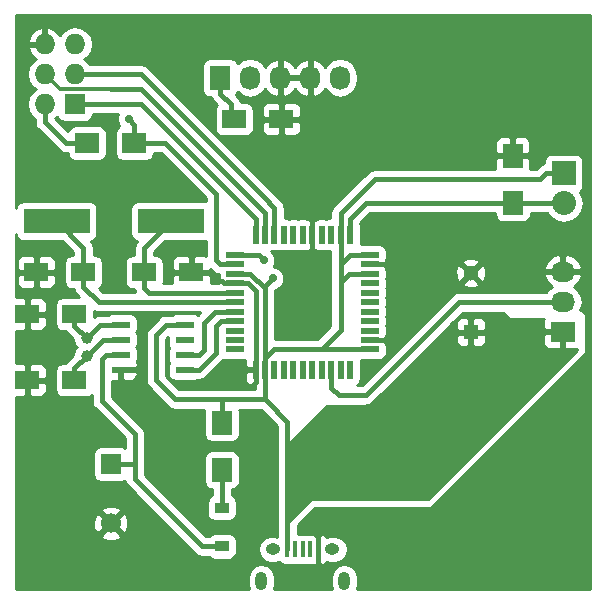
<source format=gbr>
G04 #@! TF.FileFunction,Copper,L1,Top,Signal*
%FSLAX46Y46*%
G04 Gerber Fmt 4.6, Leading zero omitted, Abs format (unit mm)*
G04 Created by KiCad (PCBNEW 4.0.1-stable) date 02/05/2016 15:08:14*
%MOMM*%
G01*
G04 APERTURE LIST*
%ADD10C,0.100000*%
%ADD11R,0.550000X1.500000*%
%ADD12R,1.500000X0.550000*%
%ADD13C,1.700000*%
%ADD14R,1.700000X1.700000*%
%ADD15R,1.727200X2.032000*%
%ADD16O,1.727200X2.032000*%
%ADD17R,2.000000X1.600000*%
%ADD18R,1.727200X1.727200*%
%ADD19O,1.727200X1.727200*%
%ADD20R,0.400000X1.350000*%
%ADD21O,1.250000X0.950000*%
%ADD22O,1.000000X1.550000*%
%ADD23R,2.000000X1.700000*%
%ADD24R,5.600700X2.100580*%
%ADD25R,2.032000X1.727200*%
%ADD26O,2.032000X1.727200*%
%ADD27R,1.550000X0.600000*%
%ADD28C,1.000760*%
%ADD29R,1.300000X1.300000*%
%ADD30C,1.300000*%
%ADD31R,1.220000X0.910000*%
%ADD32R,1.700000X2.000000*%
%ADD33R,2.032000X2.032000*%
%ADD34O,2.032000X2.032000*%
%ADD35C,0.700000*%
%ADD36C,0.450000*%
%ADD37C,0.350000*%
%ADD38C,0.254000*%
G04 APERTURE END LIST*
D10*
D11*
X129000000Y-99300000D03*
X128200000Y-99300000D03*
X127400000Y-99300000D03*
X126600000Y-99300000D03*
X125800000Y-99300000D03*
X125000000Y-99300000D03*
X124200000Y-99300000D03*
X123400000Y-99300000D03*
X122600000Y-99300000D03*
X121800000Y-99300000D03*
X121000000Y-99300000D03*
D12*
X119300000Y-101000000D03*
X119300000Y-101800000D03*
X119300000Y-102600000D03*
X119300000Y-103400000D03*
X119300000Y-104200000D03*
X119300000Y-105000000D03*
X119300000Y-105800000D03*
X119300000Y-106600000D03*
X119300000Y-107400000D03*
X119300000Y-108200000D03*
X119300000Y-109000000D03*
D11*
X121000000Y-110700000D03*
X121800000Y-110700000D03*
X122600000Y-110700000D03*
X123400000Y-110700000D03*
X124200000Y-110700000D03*
X125000000Y-110700000D03*
X125800000Y-110700000D03*
X126600000Y-110700000D03*
X127400000Y-110700000D03*
X128200000Y-110700000D03*
X129000000Y-110700000D03*
D12*
X130700000Y-109000000D03*
X130700000Y-108200000D03*
X130700000Y-107400000D03*
X130700000Y-106600000D03*
X130700000Y-105800000D03*
X130700000Y-105000000D03*
X130700000Y-104200000D03*
X130700000Y-103400000D03*
X130700000Y-102600000D03*
X130700000Y-101800000D03*
X130700000Y-101000000D03*
D13*
X108744000Y-123716000D03*
D14*
X108744000Y-118716000D03*
D15*
X118000000Y-86000000D03*
D16*
X120540000Y-86000000D03*
X123080000Y-86000000D03*
X125620000Y-86000000D03*
X128160000Y-86000000D03*
D17*
X106426000Y-102460000D03*
X102426000Y-102460000D03*
X111570000Y-102460000D03*
X115570000Y-102460000D03*
X119190000Y-89506000D03*
X123190000Y-89506000D03*
D18*
X105696000Y-88236000D03*
D19*
X103156000Y-88236000D03*
X105696000Y-85696000D03*
X103156000Y-85696000D03*
X105696000Y-83156000D03*
X103156000Y-83156000D03*
D20*
X123699100Y-125937460D03*
X124349100Y-125937460D03*
X124999100Y-125937460D03*
X125649100Y-125937460D03*
X126299100Y-125937460D03*
D21*
X122499100Y-125937460D03*
X127499100Y-125937460D03*
D22*
X121499100Y-128637460D03*
X128499100Y-128637460D03*
D23*
X106744000Y-91538000D03*
X110744000Y-91538000D03*
D24*
X104149140Y-98142000D03*
X113846860Y-98142000D03*
D25*
X147000000Y-107500000D03*
D26*
X147000000Y-104960000D03*
X147000000Y-102420000D03*
D17*
X105664000Y-106016000D03*
X101664000Y-106016000D03*
X105664000Y-111604000D03*
X101664000Y-111604000D03*
D27*
X109600000Y-106905000D03*
X109600000Y-108175000D03*
X109600000Y-109445000D03*
X109600000Y-110715000D03*
X115000000Y-110715000D03*
X115000000Y-109445000D03*
X115000000Y-108175000D03*
X115000000Y-106905000D03*
D28*
X106712000Y-109559300D03*
X106712000Y-108060700D03*
D29*
X139224000Y-107540000D03*
D30*
X139224000Y-102540000D03*
D31*
X118142000Y-125685000D03*
X118142000Y-122415000D03*
D32*
X118142000Y-115192000D03*
X118142000Y-119192000D03*
D33*
X147098000Y-94078000D03*
D34*
X147098000Y-96618000D03*
D32*
X142780000Y-96586000D03*
X142780000Y-92586000D03*
D35*
X122460000Y-102968000D03*
X121698000Y-101444000D03*
X127032000Y-124050000D03*
X125508000Y-124050000D03*
X126016000Y-127860000D03*
X123984000Y-127860000D03*
X101632000Y-108556000D03*
X125508000Y-101698000D03*
X118904000Y-112112000D03*
X115348000Y-100428000D03*
X110268000Y-89506000D03*
D36*
X128200000Y-99300000D02*
X128200000Y-97482000D01*
X145574000Y-94078000D02*
X145066000Y-94586000D01*
X145066000Y-94586000D02*
X131096000Y-94586000D01*
X131096000Y-94586000D02*
X128302000Y-97380000D01*
X145574000Y-94078000D02*
X147098000Y-94078000D01*
X128200000Y-97482000D02*
X128302000Y-97380000D01*
X121800000Y-103832000D02*
X121800000Y-103628000D01*
X121800000Y-103628000D02*
X122460000Y-102968000D01*
X118000000Y-86000000D02*
X118000000Y-87332000D01*
X118000000Y-87332000D02*
X118904000Y-88236000D01*
X118904000Y-88236000D02*
X118904000Y-89220000D01*
X118904000Y-89220000D02*
X119190000Y-89506000D01*
X103156000Y-88236000D02*
X103156000Y-89760000D01*
X104934000Y-91538000D02*
X106744000Y-91538000D01*
X103156000Y-89760000D02*
X104934000Y-91538000D01*
X119300000Y-102600000D02*
X120568000Y-102600000D01*
X121800000Y-103832000D02*
X121800000Y-109724000D01*
X120568000Y-102600000D02*
X121800000Y-103832000D01*
X130700000Y-101000000D02*
X129000000Y-101000000D01*
X129000000Y-101000000D02*
X128200000Y-101800000D01*
X130700000Y-102600000D02*
X128924000Y-102600000D01*
X128924000Y-102600000D02*
X128200000Y-103324000D01*
X128200000Y-99300000D02*
X128200000Y-101800000D01*
X128200000Y-101800000D02*
X128200000Y-103324000D01*
X128200000Y-103324000D02*
X128200000Y-107388000D01*
X128200000Y-107388000D02*
X126588000Y-109000000D01*
X123699100Y-125937460D02*
X123699100Y-122302900D01*
X123699100Y-122302900D02*
X125254000Y-120748000D01*
X121800000Y-110700000D02*
X121800000Y-113230000D01*
X130700000Y-109000000D02*
X126588000Y-109000000D01*
X126588000Y-109000000D02*
X122524000Y-109000000D01*
X121800000Y-109724000D02*
X122206000Y-109318000D01*
X121800000Y-109724000D02*
X121800000Y-110700000D01*
X122524000Y-109000000D02*
X122206000Y-109318000D01*
X118142000Y-115192000D02*
X118142000Y-113230000D01*
X115000000Y-106905000D02*
X113443000Y-106905000D01*
X114180000Y-113230000D02*
X112554000Y-111604000D01*
X112554000Y-111604000D02*
X112554000Y-109064000D01*
X114180000Y-113230000D02*
X118142000Y-113230000D01*
X118142000Y-113230000D02*
X121800000Y-113230000D01*
X112554000Y-107794000D02*
X112554000Y-109064000D01*
X113443000Y-106905000D02*
X112554000Y-107794000D01*
X123699100Y-115129100D02*
X121952000Y-113382000D01*
X121800000Y-113230000D02*
X121952000Y-113382000D01*
X123699100Y-115129100D02*
X123699100Y-125937460D01*
X121254000Y-101000000D02*
X121698000Y-101444000D01*
X121254000Y-101000000D02*
X119300000Y-101000000D01*
X126299100Y-125937460D02*
X126299100Y-124782900D01*
X126299100Y-124782900D02*
X127032000Y-124050000D01*
X126299100Y-125937460D02*
X126299100Y-124841100D01*
X126299100Y-124841100D02*
X125508000Y-124050000D01*
X126299100Y-127576900D02*
X126016000Y-127860000D01*
X126299100Y-127576900D02*
X126299100Y-125937460D01*
X101664000Y-106016000D02*
X101664000Y-108524000D01*
X101664000Y-108524000D02*
X101632000Y-108556000D01*
X125800000Y-99300000D02*
X125800000Y-101406000D01*
X125800000Y-101406000D02*
X125508000Y-101698000D01*
X121000000Y-111794000D02*
X120682000Y-112112000D01*
X120682000Y-112112000D02*
X118904000Y-112112000D01*
X121000000Y-110700000D02*
X121000000Y-104048000D01*
X121000000Y-104048000D02*
X120352000Y-103400000D01*
X115570000Y-102460000D02*
X115570000Y-100650000D01*
X115570000Y-100650000D02*
X115348000Y-100428000D01*
X121000000Y-110700000D02*
X121000000Y-111794000D01*
X121000000Y-111794000D02*
X120936000Y-111858000D01*
X125800000Y-99300000D02*
X125800000Y-98180000D01*
X125800000Y-98180000D02*
X125762000Y-98142000D01*
X119300000Y-103400000D02*
X120352000Y-103400000D01*
X120352000Y-103400000D02*
X120428000Y-103476000D01*
X119300000Y-103400000D02*
X118320000Y-103400000D01*
X118320000Y-103400000D02*
X118142000Y-103222000D01*
X130700000Y-108200000D02*
X132010000Y-108200000D01*
X132010000Y-108200000D02*
X132112000Y-108302000D01*
X130700000Y-101800000D02*
X131960000Y-101800000D01*
X131960000Y-101800000D02*
X132112000Y-101952000D01*
X121698000Y-96110000D02*
X111284000Y-85696000D01*
X122600000Y-97012000D02*
X121698000Y-96110000D01*
X122600000Y-99300000D02*
X122600000Y-97012000D01*
X111284000Y-85696000D02*
X105696000Y-85696000D01*
D37*
X108744000Y-86966000D02*
X104426000Y-86966000D01*
D36*
X121800000Y-97482000D02*
X111284000Y-86966000D01*
X111284000Y-86966000D02*
X108744000Y-86966000D01*
X121800000Y-99300000D02*
X121800000Y-97482000D01*
D37*
X104426000Y-86966000D02*
X103156000Y-85696000D01*
D36*
X117888000Y-94840000D02*
X111284000Y-88236000D01*
X121000000Y-97952000D02*
X117888000Y-94840000D01*
X121000000Y-99300000D02*
X121000000Y-97952000D01*
X111284000Y-88236000D02*
X105696000Y-88236000D01*
X110744000Y-91538000D02*
X110744000Y-89982000D01*
X110744000Y-89982000D02*
X110268000Y-89506000D01*
X115602000Y-93824000D02*
X113316000Y-91538000D01*
X117634000Y-95856000D02*
X115602000Y-93824000D01*
X119300000Y-101800000D02*
X117990000Y-101800000D01*
X117634000Y-97634000D02*
X117634000Y-96618000D01*
X117634000Y-101444000D02*
X117634000Y-97634000D01*
X117990000Y-101800000D02*
X117634000Y-101444000D01*
X117634000Y-96618000D02*
X117634000Y-95856000D01*
X113316000Y-91538000D02*
X110744000Y-91538000D01*
X111570000Y-102460000D02*
X111570000Y-100418860D01*
X111570000Y-100418860D02*
X113846860Y-98142000D01*
X119300000Y-104200000D02*
X112008000Y-104200000D01*
X111570000Y-103762000D02*
X111570000Y-102460000D01*
X112008000Y-104200000D02*
X111570000Y-103762000D01*
X106426000Y-102460000D02*
X106426000Y-100418860D01*
X106426000Y-100418860D02*
X104149140Y-98142000D01*
X119300000Y-105000000D02*
X107728000Y-105000000D01*
X106426000Y-103698000D02*
X106426000Y-102460000D01*
X107728000Y-105000000D02*
X106426000Y-103698000D01*
X127400000Y-110700000D02*
X127400000Y-112226000D01*
X138248000Y-104960000D02*
X147000000Y-104960000D01*
X130334000Y-112874000D02*
X138248000Y-104960000D01*
X128048000Y-112874000D02*
X130334000Y-112874000D01*
X127400000Y-112226000D02*
X128048000Y-112874000D01*
X119300000Y-105800000D02*
X117596000Y-105800000D01*
X116237000Y-109445000D02*
X116618000Y-109064000D01*
X116618000Y-109064000D02*
X116618000Y-108048000D01*
X116237000Y-109445000D02*
X115000000Y-109445000D01*
X116618000Y-106778000D02*
X116618000Y-108048000D01*
X117596000Y-105800000D02*
X116618000Y-106778000D01*
X119300000Y-106600000D02*
X118066000Y-106600000D01*
X116237000Y-110715000D02*
X117634000Y-109318000D01*
X117634000Y-109318000D02*
X117634000Y-108048000D01*
X116237000Y-110715000D02*
X115000000Y-110715000D01*
X117634000Y-107032000D02*
X117634000Y-108048000D01*
X118066000Y-106600000D02*
X117634000Y-107032000D01*
X105664000Y-106016000D02*
X105664000Y-107012700D01*
X105664000Y-107012700D02*
X106712000Y-108060700D01*
X109600000Y-106905000D02*
X107867700Y-106905000D01*
X107867700Y-106905000D02*
X106712000Y-108060700D01*
X105664000Y-111604000D02*
X105664000Y-110607300D01*
X105664000Y-110607300D02*
X106712000Y-109559300D01*
X109600000Y-108175000D02*
X108096300Y-108175000D01*
X108096300Y-108175000D02*
X106712000Y-109559300D01*
X108744000Y-118716000D02*
X110776000Y-118716000D01*
X109600000Y-109445000D02*
X108363000Y-109445000D01*
X116475000Y-125685000D02*
X110776000Y-119986000D01*
X110776000Y-119986000D02*
X110776000Y-118716000D01*
X110776000Y-118716000D02*
X110776000Y-116176000D01*
X110776000Y-116176000D02*
X107982000Y-113382000D01*
X107982000Y-113382000D02*
X107982000Y-111096000D01*
X116475000Y-125685000D02*
X118142000Y-125685000D01*
X107982000Y-109826000D02*
X107982000Y-111096000D01*
X108363000Y-109445000D02*
X107982000Y-109826000D01*
X118142000Y-119192000D02*
X118142000Y-122415000D01*
X147098000Y-96618000D02*
X142812000Y-96618000D01*
X142812000Y-96618000D02*
X142780000Y-96586000D01*
X129000000Y-99300000D02*
X129000000Y-97952000D01*
X130366000Y-96586000D02*
X142780000Y-96586000D01*
X129000000Y-97952000D02*
X130366000Y-96586000D01*
D38*
G36*
X149290000Y-129290000D02*
X129564497Y-129290000D01*
X129634100Y-128940084D01*
X129634100Y-128334836D01*
X129547703Y-127900490D01*
X129301666Y-127532270D01*
X128933446Y-127286233D01*
X128499100Y-127199836D01*
X128064754Y-127286233D01*
X127696534Y-127532270D01*
X127450497Y-127900490D01*
X127364100Y-128334836D01*
X127364100Y-128940084D01*
X127433703Y-129290000D01*
X122564497Y-129290000D01*
X122634100Y-128940084D01*
X122634100Y-128334836D01*
X122547703Y-127900490D01*
X122301666Y-127532270D01*
X121933446Y-127286233D01*
X121499100Y-127199836D01*
X121064754Y-127286233D01*
X120696534Y-127532270D01*
X120450497Y-127900490D01*
X120364100Y-128334836D01*
X120364100Y-128940084D01*
X120433703Y-129290000D01*
X100710000Y-129290000D01*
X100710000Y-124759958D01*
X107879647Y-124759958D01*
X107959920Y-125011259D01*
X108515279Y-125212718D01*
X109105458Y-125186315D01*
X109528080Y-125011259D01*
X109608353Y-124759958D01*
X108744000Y-123895605D01*
X107879647Y-124759958D01*
X100710000Y-124759958D01*
X100710000Y-123487279D01*
X107247282Y-123487279D01*
X107273685Y-124077458D01*
X107448741Y-124500080D01*
X107700042Y-124580353D01*
X108564395Y-123716000D01*
X108923605Y-123716000D01*
X109787958Y-124580353D01*
X110039259Y-124500080D01*
X110240718Y-123944721D01*
X110214315Y-123354542D01*
X110039259Y-122931920D01*
X109787958Y-122851647D01*
X108923605Y-123716000D01*
X108564395Y-123716000D01*
X107700042Y-122851647D01*
X107448741Y-122931920D01*
X107247282Y-123487279D01*
X100710000Y-123487279D01*
X100710000Y-122672042D01*
X107879647Y-122672042D01*
X108744000Y-123536395D01*
X109608353Y-122672042D01*
X109528080Y-122420741D01*
X108972721Y-122219282D01*
X108382542Y-122245685D01*
X107959920Y-122420741D01*
X107879647Y-122672042D01*
X100710000Y-122672042D01*
X100710000Y-113039000D01*
X101378250Y-113039000D01*
X101537000Y-112880250D01*
X101537000Y-111731000D01*
X101791000Y-111731000D01*
X101791000Y-112880250D01*
X101949750Y-113039000D01*
X102790309Y-113039000D01*
X103023698Y-112942327D01*
X103202327Y-112763699D01*
X103299000Y-112530310D01*
X103299000Y-111889750D01*
X103140250Y-111731000D01*
X101791000Y-111731000D01*
X101537000Y-111731000D01*
X101517000Y-111731000D01*
X101517000Y-111477000D01*
X101537000Y-111477000D01*
X101537000Y-110327750D01*
X101791000Y-110327750D01*
X101791000Y-111477000D01*
X103140250Y-111477000D01*
X103299000Y-111318250D01*
X103299000Y-110677690D01*
X103202327Y-110444301D01*
X103023698Y-110265673D01*
X102790309Y-110169000D01*
X101949750Y-110169000D01*
X101791000Y-110327750D01*
X101537000Y-110327750D01*
X101378250Y-110169000D01*
X100710000Y-110169000D01*
X100710000Y-107451000D01*
X101378250Y-107451000D01*
X101537000Y-107292250D01*
X101537000Y-106143000D01*
X101791000Y-106143000D01*
X101791000Y-107292250D01*
X101949750Y-107451000D01*
X102790309Y-107451000D01*
X103023698Y-107354327D01*
X103202327Y-107175699D01*
X103299000Y-106942310D01*
X103299000Y-106301750D01*
X103140250Y-106143000D01*
X101791000Y-106143000D01*
X101537000Y-106143000D01*
X101517000Y-106143000D01*
X101517000Y-105889000D01*
X101537000Y-105889000D01*
X101537000Y-104739750D01*
X101791000Y-104739750D01*
X101791000Y-105889000D01*
X103140250Y-105889000D01*
X103299000Y-105730250D01*
X103299000Y-105089690D01*
X103202327Y-104856301D01*
X103023698Y-104677673D01*
X102790309Y-104581000D01*
X101949750Y-104581000D01*
X101791000Y-104739750D01*
X101537000Y-104739750D01*
X101378250Y-104581000D01*
X100710000Y-104581000D01*
X100710000Y-102745750D01*
X100791000Y-102745750D01*
X100791000Y-103386310D01*
X100887673Y-103619699D01*
X101066302Y-103798327D01*
X101299691Y-103895000D01*
X102140250Y-103895000D01*
X102299000Y-103736250D01*
X102299000Y-102587000D01*
X102553000Y-102587000D01*
X102553000Y-103736250D01*
X102711750Y-103895000D01*
X103552309Y-103895000D01*
X103785698Y-103798327D01*
X103964327Y-103619699D01*
X104061000Y-103386310D01*
X104061000Y-102745750D01*
X103902250Y-102587000D01*
X102553000Y-102587000D01*
X102299000Y-102587000D01*
X100949750Y-102587000D01*
X100791000Y-102745750D01*
X100710000Y-102745750D01*
X100710000Y-101533690D01*
X100791000Y-101533690D01*
X100791000Y-102174250D01*
X100949750Y-102333000D01*
X102299000Y-102333000D01*
X102299000Y-101183750D01*
X102553000Y-101183750D01*
X102553000Y-102333000D01*
X103902250Y-102333000D01*
X104061000Y-102174250D01*
X104061000Y-101533690D01*
X103964327Y-101300301D01*
X103785698Y-101121673D01*
X103552309Y-101025000D01*
X102711750Y-101025000D01*
X102553000Y-101183750D01*
X102299000Y-101183750D01*
X102140250Y-101025000D01*
X101299691Y-101025000D01*
X101066302Y-101121673D01*
X100887673Y-101300301D01*
X100791000Y-101533690D01*
X100710000Y-101533690D01*
X100710000Y-99238261D01*
X100745628Y-99427607D01*
X100884700Y-99643731D01*
X101096900Y-99788721D01*
X101348790Y-99839730D01*
X104630646Y-99839730D01*
X105566000Y-100775084D01*
X105566000Y-101012560D01*
X105426000Y-101012560D01*
X105190683Y-101056838D01*
X104974559Y-101195910D01*
X104829569Y-101408110D01*
X104778560Y-101660000D01*
X104778560Y-103260000D01*
X104822838Y-103495317D01*
X104961910Y-103711441D01*
X105174110Y-103856431D01*
X105426000Y-103907440D01*
X105607660Y-103907440D01*
X105631464Y-104027108D01*
X105817888Y-104306112D01*
X106080336Y-104568560D01*
X104664000Y-104568560D01*
X104428683Y-104612838D01*
X104212559Y-104751910D01*
X104067569Y-104964110D01*
X104016560Y-105216000D01*
X104016560Y-106816000D01*
X104060838Y-107051317D01*
X104199910Y-107267441D01*
X104412110Y-107412431D01*
X104664000Y-107463440D01*
X104950736Y-107463440D01*
X104990158Y-107522440D01*
X105055888Y-107620812D01*
X105576550Y-108141474D01*
X105576424Y-108285550D01*
X105748911Y-108703001D01*
X105855630Y-108809906D01*
X105750033Y-108915319D01*
X105576818Y-109332468D01*
X105576691Y-109478385D01*
X105055888Y-109999188D01*
X104950736Y-110156560D01*
X104664000Y-110156560D01*
X104428683Y-110200838D01*
X104212559Y-110339910D01*
X104067569Y-110552110D01*
X104016560Y-110804000D01*
X104016560Y-112404000D01*
X104060838Y-112639317D01*
X104199910Y-112855441D01*
X104412110Y-113000431D01*
X104664000Y-113051440D01*
X106664000Y-113051440D01*
X106899317Y-113007162D01*
X107115441Y-112868090D01*
X107122000Y-112858491D01*
X107122000Y-113382000D01*
X107187464Y-113711108D01*
X107272325Y-113838112D01*
X107373888Y-113990112D01*
X109916000Y-116532224D01*
X109916000Y-117317473D01*
X109845890Y-117269569D01*
X109594000Y-117218560D01*
X107894000Y-117218560D01*
X107658683Y-117262838D01*
X107442559Y-117401910D01*
X107297569Y-117614110D01*
X107246560Y-117866000D01*
X107246560Y-119566000D01*
X107290838Y-119801317D01*
X107429910Y-120017441D01*
X107642110Y-120162431D01*
X107894000Y-120213440D01*
X109594000Y-120213440D01*
X109829317Y-120169162D01*
X109938463Y-120098928D01*
X109981464Y-120315108D01*
X110167888Y-120594112D01*
X115866888Y-126293112D01*
X116145892Y-126479536D01*
X116475000Y-126545000D01*
X117038026Y-126545000D01*
X117067910Y-126591441D01*
X117280110Y-126736431D01*
X117532000Y-126787440D01*
X118752000Y-126787440D01*
X118987317Y-126743162D01*
X119203441Y-126604090D01*
X119348431Y-126391890D01*
X119399440Y-126140000D01*
X119399440Y-125230000D01*
X119355162Y-124994683D01*
X119216090Y-124778559D01*
X119003890Y-124633569D01*
X118752000Y-124582560D01*
X117532000Y-124582560D01*
X117296683Y-124626838D01*
X117080559Y-124765910D01*
X117040185Y-124825000D01*
X116831224Y-124825000D01*
X111636000Y-119629776D01*
X111636000Y-118192000D01*
X116644560Y-118192000D01*
X116644560Y-120192000D01*
X116688838Y-120427317D01*
X116827910Y-120643441D01*
X117040110Y-120788431D01*
X117282000Y-120837415D01*
X117282000Y-121366286D01*
X117080559Y-121495910D01*
X116935569Y-121708110D01*
X116884560Y-121960000D01*
X116884560Y-122870000D01*
X116928838Y-123105317D01*
X117067910Y-123321441D01*
X117280110Y-123466431D01*
X117532000Y-123517440D01*
X118752000Y-123517440D01*
X118987317Y-123473162D01*
X119203441Y-123334090D01*
X119348431Y-123121890D01*
X119399440Y-122870000D01*
X119399440Y-121960000D01*
X119355162Y-121724683D01*
X119216090Y-121508559D01*
X119003890Y-121363569D01*
X119002000Y-121363186D01*
X119002000Y-120837558D01*
X119227317Y-120795162D01*
X119443441Y-120656090D01*
X119588431Y-120443890D01*
X119639440Y-120192000D01*
X119639440Y-118192000D01*
X119595162Y-117956683D01*
X119456090Y-117740559D01*
X119243890Y-117595569D01*
X118992000Y-117544560D01*
X117292000Y-117544560D01*
X117056683Y-117588838D01*
X116840559Y-117727910D01*
X116695569Y-117940110D01*
X116644560Y-118192000D01*
X111636000Y-118192000D01*
X111636000Y-116176000D01*
X111611335Y-116052000D01*
X111570537Y-115846893D01*
X111384112Y-115567888D01*
X108842000Y-113025776D01*
X108842000Y-111650000D01*
X109314250Y-111650000D01*
X109473000Y-111491250D01*
X109473000Y-110842000D01*
X109727000Y-110842000D01*
X109727000Y-111491250D01*
X109885750Y-111650000D01*
X110501309Y-111650000D01*
X110734698Y-111553327D01*
X110913327Y-111374699D01*
X111010000Y-111141310D01*
X111010000Y-111000750D01*
X110851250Y-110842000D01*
X109727000Y-110842000D01*
X109473000Y-110842000D01*
X109453000Y-110842000D01*
X109453000Y-110588000D01*
X109473000Y-110588000D01*
X109473000Y-110568000D01*
X109727000Y-110568000D01*
X109727000Y-110588000D01*
X110851250Y-110588000D01*
X111010000Y-110429250D01*
X111010000Y-110288690D01*
X110920194Y-110071878D01*
X110971431Y-109996890D01*
X111022440Y-109745000D01*
X111022440Y-109145000D01*
X110978162Y-108909683D01*
X110914322Y-108810472D01*
X110971431Y-108726890D01*
X111022440Y-108475000D01*
X111022440Y-107875000D01*
X110978162Y-107639683D01*
X110914322Y-107540472D01*
X110971431Y-107456890D01*
X111022440Y-107205000D01*
X111022440Y-106605000D01*
X110978162Y-106369683D01*
X110839090Y-106153559D01*
X110626890Y-106008569D01*
X110375000Y-105957560D01*
X108825000Y-105957560D01*
X108589683Y-106001838D01*
X108522607Y-106045000D01*
X107867705Y-106045000D01*
X107867700Y-106044999D01*
X107538593Y-106110463D01*
X107311440Y-106262242D01*
X107311440Y-105736103D01*
X107398892Y-105794536D01*
X107728000Y-105860000D01*
X116319776Y-105860000D01*
X116112626Y-106067150D01*
X116026890Y-106008569D01*
X115775000Y-105957560D01*
X114225000Y-105957560D01*
X113989683Y-106001838D01*
X113922607Y-106045000D01*
X113443000Y-106045000D01*
X113113892Y-106110464D01*
X112849929Y-106286838D01*
X112834888Y-106296888D01*
X111945888Y-107185888D01*
X111759464Y-107464892D01*
X111694000Y-107794000D01*
X111694000Y-111604000D01*
X111759464Y-111933108D01*
X111857256Y-112079464D01*
X111945888Y-112212112D01*
X113571888Y-113838112D01*
X113850892Y-114024536D01*
X114180000Y-114090000D01*
X116665216Y-114090000D01*
X116644560Y-114192000D01*
X116644560Y-116192000D01*
X116688838Y-116427317D01*
X116827910Y-116643441D01*
X117040110Y-116788431D01*
X117292000Y-116839440D01*
X118992000Y-116839440D01*
X119227317Y-116795162D01*
X119443441Y-116656090D01*
X119588431Y-116443890D01*
X119639440Y-116192000D01*
X119639440Y-114192000D01*
X119620247Y-114090000D01*
X121443776Y-114090000D01*
X122839100Y-115485323D01*
X122839100Y-124860343D01*
X122673785Y-124827460D01*
X122324415Y-124827460D01*
X121899636Y-124911954D01*
X121539526Y-125152571D01*
X121298909Y-125512681D01*
X121214415Y-125937460D01*
X121298909Y-126362239D01*
X121539526Y-126722349D01*
X121899636Y-126962966D01*
X122324415Y-127047460D01*
X122673785Y-127047460D01*
X122984642Y-126985627D01*
X123035010Y-127063901D01*
X123247210Y-127208891D01*
X123499100Y-127259900D01*
X123899100Y-127259900D01*
X124028689Y-127235516D01*
X124149100Y-127259900D01*
X124549100Y-127259900D01*
X124678689Y-127235516D01*
X124799100Y-127259900D01*
X125199100Y-127259900D01*
X125328689Y-127235516D01*
X125449100Y-127259900D01*
X125849100Y-127259900D01*
X125954805Y-127240010D01*
X125972790Y-127247460D01*
X126040350Y-127247460D01*
X126069354Y-127218456D01*
X126084417Y-127215622D01*
X126300541Y-127076550D01*
X126399100Y-126932304D01*
X126399100Y-127088710D01*
X126557850Y-127247460D01*
X126625410Y-127247460D01*
X126858799Y-127150787D01*
X127022233Y-126987352D01*
X127324415Y-127047460D01*
X127673785Y-127047460D01*
X128098564Y-126962966D01*
X128458674Y-126722349D01*
X128699291Y-126362239D01*
X128783785Y-125937460D01*
X128699291Y-125512681D01*
X128458674Y-125152571D01*
X128098564Y-124911954D01*
X127673785Y-124827460D01*
X127324415Y-124827460D01*
X127022233Y-124887568D01*
X126858799Y-124724133D01*
X126625410Y-124627460D01*
X126557850Y-124627460D01*
X126399100Y-124786210D01*
X126399100Y-124944527D01*
X126313190Y-124811019D01*
X126100990Y-124666029D01*
X126073315Y-124660425D01*
X126040350Y-124627460D01*
X125972790Y-124627460D01*
X125952347Y-124635928D01*
X125849100Y-124615020D01*
X125449100Y-124615020D01*
X125319511Y-124639404D01*
X125199100Y-124615020D01*
X124799100Y-124615020D01*
X124669511Y-124639404D01*
X124559100Y-124617045D01*
X124559100Y-123864926D01*
X126025026Y-122399000D01*
X135668000Y-122399000D01*
X135906946Y-122352328D01*
X136117013Y-122213013D01*
X148817013Y-109513013D01*
X148952971Y-109311051D01*
X149003000Y-109064000D01*
X149003000Y-106270000D01*
X148959573Y-106039205D01*
X148823173Y-105827233D01*
X148615051Y-105685029D01*
X148485539Y-105658802D01*
X148569271Y-105533489D01*
X148683345Y-104960000D01*
X148569271Y-104386511D01*
X148244415Y-103900330D01*
X147934931Y-103693539D01*
X148350732Y-103322036D01*
X148604709Y-102794791D01*
X148607358Y-102779026D01*
X148486217Y-102547000D01*
X147127000Y-102547000D01*
X147127000Y-102567000D01*
X146873000Y-102567000D01*
X146873000Y-102547000D01*
X145513783Y-102547000D01*
X145392642Y-102779026D01*
X145395291Y-102794791D01*
X145649268Y-103322036D01*
X146065069Y-103693539D01*
X145755585Y-103900330D01*
X145622170Y-104100000D01*
X138248000Y-104100000D01*
X137918892Y-104165464D01*
X137813160Y-104236112D01*
X137639888Y-104351888D01*
X129977776Y-112014000D01*
X129571176Y-112014000D01*
X129726441Y-111914090D01*
X129871431Y-111701890D01*
X129922440Y-111450000D01*
X129922440Y-109950000D01*
X129915957Y-109915546D01*
X129950000Y-109922440D01*
X131450000Y-109922440D01*
X131685317Y-109878162D01*
X131901441Y-109739090D01*
X132046431Y-109526890D01*
X132097440Y-109275000D01*
X132097440Y-108725000D01*
X132077550Y-108619295D01*
X132085000Y-108601310D01*
X132085000Y-108485750D01*
X131988599Y-108389349D01*
X131914090Y-108273559D01*
X131806603Y-108200116D01*
X131901441Y-108139090D01*
X131990495Y-108008755D01*
X132085000Y-107914250D01*
X132085000Y-107798690D01*
X132076532Y-107778247D01*
X132097440Y-107675000D01*
X132097440Y-107125000D01*
X132073056Y-106995411D01*
X132097440Y-106875000D01*
X132097440Y-106325000D01*
X132073056Y-106195411D01*
X132097440Y-106075000D01*
X132097440Y-105525000D01*
X132073056Y-105395411D01*
X132097440Y-105275000D01*
X132097440Y-104725000D01*
X132073056Y-104595411D01*
X132097440Y-104475000D01*
X132097440Y-103925000D01*
X132073056Y-103795411D01*
X132097440Y-103675000D01*
X132097440Y-103439016D01*
X138504590Y-103439016D01*
X138560271Y-103669611D01*
X139043078Y-103837622D01*
X139553428Y-103808083D01*
X139887729Y-103669611D01*
X139943410Y-103439016D01*
X139224000Y-102719605D01*
X138504590Y-103439016D01*
X132097440Y-103439016D01*
X132097440Y-103125000D01*
X132073056Y-102995411D01*
X132097440Y-102875000D01*
X132097440Y-102359078D01*
X137926378Y-102359078D01*
X137955917Y-102869428D01*
X138094389Y-103203729D01*
X138324984Y-103259410D01*
X139044395Y-102540000D01*
X139403605Y-102540000D01*
X140123016Y-103259410D01*
X140353611Y-103203729D01*
X140521622Y-102720922D01*
X140492083Y-102210572D01*
X140430118Y-102060974D01*
X145392642Y-102060974D01*
X145513783Y-102293000D01*
X146873000Y-102293000D01*
X146873000Y-101079076D01*
X147127000Y-101079076D01*
X147127000Y-102293000D01*
X148486217Y-102293000D01*
X148607358Y-102060974D01*
X148604709Y-102045209D01*
X148350732Y-101517964D01*
X147914320Y-101128046D01*
X147361913Y-100934816D01*
X147127000Y-101079076D01*
X146873000Y-101079076D01*
X146638087Y-100934816D01*
X146085680Y-101128046D01*
X145649268Y-101517964D01*
X145395291Y-102045209D01*
X145392642Y-102060974D01*
X140430118Y-102060974D01*
X140353611Y-101876271D01*
X140123016Y-101820590D01*
X139403605Y-102540000D01*
X139044395Y-102540000D01*
X138324984Y-101820590D01*
X138094389Y-101876271D01*
X137926378Y-102359078D01*
X132097440Y-102359078D01*
X132097440Y-102325000D01*
X132077550Y-102219295D01*
X132085000Y-102201310D01*
X132085000Y-102085750D01*
X131988599Y-101989349D01*
X131914090Y-101873559D01*
X131806603Y-101800116D01*
X131901441Y-101739090D01*
X131968473Y-101640984D01*
X138504590Y-101640984D01*
X139224000Y-102360395D01*
X139943410Y-101640984D01*
X139887729Y-101410389D01*
X139404922Y-101242378D01*
X138894572Y-101271917D01*
X138560271Y-101410389D01*
X138504590Y-101640984D01*
X131968473Y-101640984D01*
X131990495Y-101608755D01*
X132085000Y-101514250D01*
X132085000Y-101398690D01*
X132076532Y-101378247D01*
X132097440Y-101275000D01*
X132097440Y-100725000D01*
X132053162Y-100489683D01*
X131914090Y-100273559D01*
X131701890Y-100128569D01*
X131450000Y-100077560D01*
X129950000Y-100077560D01*
X129915546Y-100084043D01*
X129922440Y-100050000D01*
X129922440Y-98550000D01*
X129878162Y-98314683D01*
X129868522Y-98299702D01*
X130722224Y-97446000D01*
X141282560Y-97446000D01*
X141282560Y-97586000D01*
X141326838Y-97821317D01*
X141465910Y-98037441D01*
X141678110Y-98182431D01*
X141930000Y-98233440D01*
X143630000Y-98233440D01*
X143865317Y-98189162D01*
X144081441Y-98050090D01*
X144226431Y-97837890D01*
X144277440Y-97586000D01*
X144277440Y-97478000D01*
X145692802Y-97478000D01*
X145898222Y-97785433D01*
X146433845Y-98143325D01*
X147065655Y-98269000D01*
X147130345Y-98269000D01*
X147762155Y-98143325D01*
X148297778Y-97785433D01*
X148655670Y-97249810D01*
X148781345Y-96618000D01*
X148655670Y-95986190D01*
X148428501Y-95646208D01*
X148565441Y-95558090D01*
X148710431Y-95345890D01*
X148761440Y-95094000D01*
X148761440Y-93062000D01*
X148717162Y-92826683D01*
X148578090Y-92610559D01*
X148365890Y-92465569D01*
X148114000Y-92414560D01*
X146082000Y-92414560D01*
X145846683Y-92458838D01*
X145630559Y-92597910D01*
X145485569Y-92810110D01*
X145434560Y-93062000D01*
X145434560Y-93245736D01*
X145244892Y-93283464D01*
X144965888Y-93469888D01*
X144965886Y-93469891D01*
X144709776Y-93726000D01*
X144259329Y-93726000D01*
X144265000Y-93712309D01*
X144265000Y-92871750D01*
X144106250Y-92713000D01*
X142907000Y-92713000D01*
X142907000Y-92733000D01*
X142653000Y-92733000D01*
X142653000Y-92713000D01*
X141453750Y-92713000D01*
X141295000Y-92871750D01*
X141295000Y-93712309D01*
X141300671Y-93726000D01*
X131096000Y-93726000D01*
X130766893Y-93791463D01*
X130487888Y-93977888D01*
X127591888Y-96873888D01*
X127405464Y-97152892D01*
X127340000Y-97482000D01*
X127340000Y-97902560D01*
X127125000Y-97902560D01*
X126995411Y-97926944D01*
X126875000Y-97902560D01*
X126325000Y-97902560D01*
X126219295Y-97922450D01*
X126201310Y-97915000D01*
X126085750Y-97915000D01*
X125989349Y-98011401D01*
X125873559Y-98085910D01*
X125800116Y-98193397D01*
X125739090Y-98098559D01*
X125608755Y-98009505D01*
X125514250Y-97915000D01*
X125398690Y-97915000D01*
X125378247Y-97923468D01*
X125275000Y-97902560D01*
X124725000Y-97902560D01*
X124595411Y-97926944D01*
X124475000Y-97902560D01*
X123925000Y-97902560D01*
X123795411Y-97926944D01*
X123675000Y-97902560D01*
X123460000Y-97902560D01*
X123460000Y-97012000D01*
X123429048Y-96856393D01*
X123394537Y-96682893D01*
X123208112Y-96403888D01*
X118263915Y-91459691D01*
X141295000Y-91459691D01*
X141295000Y-92300250D01*
X141453750Y-92459000D01*
X142653000Y-92459000D01*
X142653000Y-91109750D01*
X142907000Y-91109750D01*
X142907000Y-92459000D01*
X144106250Y-92459000D01*
X144265000Y-92300250D01*
X144265000Y-91459691D01*
X144168327Y-91226302D01*
X143989699Y-91047673D01*
X143756310Y-90951000D01*
X143065750Y-90951000D01*
X142907000Y-91109750D01*
X142653000Y-91109750D01*
X142494250Y-90951000D01*
X141803690Y-90951000D01*
X141570301Y-91047673D01*
X141391673Y-91226302D01*
X141295000Y-91459691D01*
X118263915Y-91459691D01*
X111892112Y-85087888D01*
X111736632Y-84984000D01*
X116488960Y-84984000D01*
X116488960Y-87016000D01*
X116533238Y-87251317D01*
X116672310Y-87467441D01*
X116884510Y-87612431D01*
X117136400Y-87663440D01*
X117207022Y-87663440D01*
X117315641Y-87826000D01*
X117391888Y-87940112D01*
X117720344Y-88268568D01*
X117593569Y-88454110D01*
X117542560Y-88706000D01*
X117542560Y-90306000D01*
X117586838Y-90541317D01*
X117725910Y-90757441D01*
X117938110Y-90902431D01*
X118190000Y-90953440D01*
X120190000Y-90953440D01*
X120425317Y-90909162D01*
X120641441Y-90770090D01*
X120786431Y-90557890D01*
X120837440Y-90306000D01*
X120837440Y-89791750D01*
X121555000Y-89791750D01*
X121555000Y-90432310D01*
X121651673Y-90665699D01*
X121830302Y-90844327D01*
X122063691Y-90941000D01*
X122904250Y-90941000D01*
X123063000Y-90782250D01*
X123063000Y-89633000D01*
X123317000Y-89633000D01*
X123317000Y-90782250D01*
X123475750Y-90941000D01*
X124316309Y-90941000D01*
X124549698Y-90844327D01*
X124728327Y-90665699D01*
X124825000Y-90432310D01*
X124825000Y-89791750D01*
X124666250Y-89633000D01*
X123317000Y-89633000D01*
X123063000Y-89633000D01*
X121713750Y-89633000D01*
X121555000Y-89791750D01*
X120837440Y-89791750D01*
X120837440Y-88706000D01*
X120813674Y-88579690D01*
X121555000Y-88579690D01*
X121555000Y-89220250D01*
X121713750Y-89379000D01*
X123063000Y-89379000D01*
X123063000Y-88229750D01*
X123317000Y-88229750D01*
X123317000Y-89379000D01*
X124666250Y-89379000D01*
X124825000Y-89220250D01*
X124825000Y-88579690D01*
X124728327Y-88346301D01*
X124549698Y-88167673D01*
X124316309Y-88071000D01*
X123475750Y-88071000D01*
X123317000Y-88229750D01*
X123063000Y-88229750D01*
X122904250Y-88071000D01*
X122063691Y-88071000D01*
X121830302Y-88167673D01*
X121651673Y-88346301D01*
X121555000Y-88579690D01*
X120813674Y-88579690D01*
X120793162Y-88470683D01*
X120654090Y-88254559D01*
X120441890Y-88109569D01*
X120190000Y-88058560D01*
X119728705Y-88058560D01*
X119698536Y-87906892D01*
X119512112Y-87627888D01*
X119335042Y-87450818D01*
X119460031Y-87267890D01*
X119468400Y-87226561D01*
X119480330Y-87244415D01*
X119966511Y-87569271D01*
X120540000Y-87683345D01*
X121113489Y-87569271D01*
X121599670Y-87244415D01*
X121806461Y-86934931D01*
X122177964Y-87350732D01*
X122705209Y-87604709D01*
X122720974Y-87607358D01*
X122953000Y-87486217D01*
X122953000Y-86127000D01*
X123207000Y-86127000D01*
X123207000Y-87486217D01*
X123439026Y-87607358D01*
X123454791Y-87604709D01*
X123982036Y-87350732D01*
X124350000Y-86938892D01*
X124717964Y-87350732D01*
X125245209Y-87604709D01*
X125260974Y-87607358D01*
X125493000Y-87486217D01*
X125493000Y-86127000D01*
X123207000Y-86127000D01*
X122953000Y-86127000D01*
X122933000Y-86127000D01*
X122933000Y-85873000D01*
X122953000Y-85873000D01*
X122953000Y-84513783D01*
X123207000Y-84513783D01*
X123207000Y-85873000D01*
X125493000Y-85873000D01*
X125493000Y-84513783D01*
X125747000Y-84513783D01*
X125747000Y-85873000D01*
X125767000Y-85873000D01*
X125767000Y-86127000D01*
X125747000Y-86127000D01*
X125747000Y-87486217D01*
X125979026Y-87607358D01*
X125994791Y-87604709D01*
X126522036Y-87350732D01*
X126893539Y-86934931D01*
X127100330Y-87244415D01*
X127586511Y-87569271D01*
X128160000Y-87683345D01*
X128733489Y-87569271D01*
X129219670Y-87244415D01*
X129544526Y-86758234D01*
X129658600Y-86184745D01*
X129658600Y-85815255D01*
X129544526Y-85241766D01*
X129219670Y-84755585D01*
X128733489Y-84430729D01*
X128160000Y-84316655D01*
X127586511Y-84430729D01*
X127100330Y-84755585D01*
X126893539Y-85065069D01*
X126522036Y-84649268D01*
X125994791Y-84395291D01*
X125979026Y-84392642D01*
X125747000Y-84513783D01*
X125493000Y-84513783D01*
X125260974Y-84392642D01*
X125245209Y-84395291D01*
X124717964Y-84649268D01*
X124350000Y-85061108D01*
X123982036Y-84649268D01*
X123454791Y-84395291D01*
X123439026Y-84392642D01*
X123207000Y-84513783D01*
X122953000Y-84513783D01*
X122720974Y-84392642D01*
X122705209Y-84395291D01*
X122177964Y-84649268D01*
X121806461Y-85065069D01*
X121599670Y-84755585D01*
X121113489Y-84430729D01*
X120540000Y-84316655D01*
X119966511Y-84430729D01*
X119480330Y-84755585D01*
X119470757Y-84769913D01*
X119466762Y-84748683D01*
X119327690Y-84532559D01*
X119115490Y-84387569D01*
X118863600Y-84336560D01*
X117136400Y-84336560D01*
X116901083Y-84380838D01*
X116684959Y-84519910D01*
X116539969Y-84732110D01*
X116488960Y-84984000D01*
X111736632Y-84984000D01*
X111682242Y-84947658D01*
X111613108Y-84901464D01*
X111284000Y-84836000D01*
X106918444Y-84836000D01*
X106785029Y-84636330D01*
X106470248Y-84426000D01*
X106785029Y-84215670D01*
X107109885Y-83729489D01*
X107223959Y-83156000D01*
X107109885Y-82582511D01*
X106785029Y-82096330D01*
X106298848Y-81771474D01*
X105725359Y-81657400D01*
X105666641Y-81657400D01*
X105093152Y-81771474D01*
X104606971Y-82096330D01*
X104426008Y-82367161D01*
X104044490Y-81949179D01*
X103515027Y-81701032D01*
X103283000Y-81821531D01*
X103283000Y-83029000D01*
X103303000Y-83029000D01*
X103303000Y-83283000D01*
X103283000Y-83283000D01*
X103283000Y-83303000D01*
X103029000Y-83303000D01*
X103029000Y-83283000D01*
X101822183Y-83283000D01*
X101701042Y-83515026D01*
X101873312Y-83930947D01*
X102267510Y-84362821D01*
X102390228Y-84420336D01*
X102066971Y-84636330D01*
X101742115Y-85122511D01*
X101628041Y-85696000D01*
X101742115Y-86269489D01*
X102066971Y-86755670D01*
X102381752Y-86966000D01*
X102066971Y-87176330D01*
X101742115Y-87662511D01*
X101628041Y-88236000D01*
X101742115Y-88809489D01*
X102066971Y-89295670D01*
X102296000Y-89448702D01*
X102296000Y-89760000D01*
X102361464Y-90089108D01*
X102502735Y-90300536D01*
X102547888Y-90368112D01*
X104325888Y-92146112D01*
X104604892Y-92332536D01*
X104934000Y-92398000D01*
X105098442Y-92398000D01*
X105140838Y-92623317D01*
X105279910Y-92839441D01*
X105492110Y-92984431D01*
X105744000Y-93035440D01*
X107744000Y-93035440D01*
X107979317Y-92991162D01*
X108195441Y-92852090D01*
X108340431Y-92639890D01*
X108391440Y-92388000D01*
X108391440Y-90688000D01*
X108347162Y-90452683D01*
X108208090Y-90236559D01*
X107995890Y-90091569D01*
X107744000Y-90040560D01*
X105744000Y-90040560D01*
X105508683Y-90084838D01*
X105292559Y-90223910D01*
X105147569Y-90436110D01*
X105130858Y-90518634D01*
X104042931Y-89430707D01*
X104224442Y-89309426D01*
X104229238Y-89334917D01*
X104368310Y-89551041D01*
X104580510Y-89696031D01*
X104832400Y-89747040D01*
X106559600Y-89747040D01*
X106794917Y-89702762D01*
X107011041Y-89563690D01*
X107156031Y-89351490D01*
X107207040Y-89099600D01*
X107207040Y-89096000D01*
X109371705Y-89096000D01*
X109283172Y-89309212D01*
X109282830Y-89701069D01*
X109432471Y-90063229D01*
X109475413Y-90106246D01*
X109292559Y-90223910D01*
X109147569Y-90436110D01*
X109096560Y-90688000D01*
X109096560Y-92388000D01*
X109140838Y-92623317D01*
X109279910Y-92839441D01*
X109492110Y-92984431D01*
X109744000Y-93035440D01*
X111744000Y-93035440D01*
X111979317Y-92991162D01*
X112195441Y-92852090D01*
X112340431Y-92639890D01*
X112389415Y-92398000D01*
X112959776Y-92398000D01*
X116774000Y-96212224D01*
X116774000Y-96469946D01*
X116647210Y-96444270D01*
X111046510Y-96444270D01*
X110811193Y-96488548D01*
X110595069Y-96627620D01*
X110450079Y-96839820D01*
X110399070Y-97091710D01*
X110399070Y-99192290D01*
X110443348Y-99427607D01*
X110582420Y-99643731D01*
X110794620Y-99788721D01*
X110954916Y-99821182D01*
X110775464Y-100089752D01*
X110710000Y-100418860D01*
X110710000Y-101012560D01*
X110570000Y-101012560D01*
X110334683Y-101056838D01*
X110118559Y-101195910D01*
X109973569Y-101408110D01*
X109922560Y-101660000D01*
X109922560Y-103260000D01*
X109966838Y-103495317D01*
X110105910Y-103711441D01*
X110318110Y-103856431D01*
X110570000Y-103907440D01*
X110738930Y-103907440D01*
X110775464Y-104091108D01*
X110808133Y-104140000D01*
X108084224Y-104140000D01*
X107750195Y-103805971D01*
X107877441Y-103724090D01*
X108022431Y-103511890D01*
X108073440Y-103260000D01*
X108073440Y-101660000D01*
X108029162Y-101424683D01*
X107890090Y-101208559D01*
X107677890Y-101063569D01*
X107426000Y-101012560D01*
X107286000Y-101012560D01*
X107286000Y-100418860D01*
X107220536Y-100089752D01*
X107041863Y-99822349D01*
X107184807Y-99795452D01*
X107400931Y-99656380D01*
X107545921Y-99444180D01*
X107596930Y-99192290D01*
X107596930Y-97091710D01*
X107552652Y-96856393D01*
X107413580Y-96640269D01*
X107201380Y-96495279D01*
X106949490Y-96444270D01*
X101348790Y-96444270D01*
X101113473Y-96488548D01*
X100897349Y-96627620D01*
X100752359Y-96839820D01*
X100710000Y-97048995D01*
X100710000Y-82796974D01*
X101701042Y-82796974D01*
X101822183Y-83029000D01*
X103029000Y-83029000D01*
X103029000Y-81821531D01*
X102796973Y-81701032D01*
X102267510Y-81949179D01*
X101873312Y-82381053D01*
X101701042Y-82796974D01*
X100710000Y-82796974D01*
X100710000Y-80710000D01*
X149290000Y-80710000D01*
X149290000Y-129290000D01*
X149290000Y-129290000D01*
G37*
X149290000Y-129290000D02*
X129564497Y-129290000D01*
X129634100Y-128940084D01*
X129634100Y-128334836D01*
X129547703Y-127900490D01*
X129301666Y-127532270D01*
X128933446Y-127286233D01*
X128499100Y-127199836D01*
X128064754Y-127286233D01*
X127696534Y-127532270D01*
X127450497Y-127900490D01*
X127364100Y-128334836D01*
X127364100Y-128940084D01*
X127433703Y-129290000D01*
X122564497Y-129290000D01*
X122634100Y-128940084D01*
X122634100Y-128334836D01*
X122547703Y-127900490D01*
X122301666Y-127532270D01*
X121933446Y-127286233D01*
X121499100Y-127199836D01*
X121064754Y-127286233D01*
X120696534Y-127532270D01*
X120450497Y-127900490D01*
X120364100Y-128334836D01*
X120364100Y-128940084D01*
X120433703Y-129290000D01*
X100710000Y-129290000D01*
X100710000Y-124759958D01*
X107879647Y-124759958D01*
X107959920Y-125011259D01*
X108515279Y-125212718D01*
X109105458Y-125186315D01*
X109528080Y-125011259D01*
X109608353Y-124759958D01*
X108744000Y-123895605D01*
X107879647Y-124759958D01*
X100710000Y-124759958D01*
X100710000Y-123487279D01*
X107247282Y-123487279D01*
X107273685Y-124077458D01*
X107448741Y-124500080D01*
X107700042Y-124580353D01*
X108564395Y-123716000D01*
X108923605Y-123716000D01*
X109787958Y-124580353D01*
X110039259Y-124500080D01*
X110240718Y-123944721D01*
X110214315Y-123354542D01*
X110039259Y-122931920D01*
X109787958Y-122851647D01*
X108923605Y-123716000D01*
X108564395Y-123716000D01*
X107700042Y-122851647D01*
X107448741Y-122931920D01*
X107247282Y-123487279D01*
X100710000Y-123487279D01*
X100710000Y-122672042D01*
X107879647Y-122672042D01*
X108744000Y-123536395D01*
X109608353Y-122672042D01*
X109528080Y-122420741D01*
X108972721Y-122219282D01*
X108382542Y-122245685D01*
X107959920Y-122420741D01*
X107879647Y-122672042D01*
X100710000Y-122672042D01*
X100710000Y-113039000D01*
X101378250Y-113039000D01*
X101537000Y-112880250D01*
X101537000Y-111731000D01*
X101791000Y-111731000D01*
X101791000Y-112880250D01*
X101949750Y-113039000D01*
X102790309Y-113039000D01*
X103023698Y-112942327D01*
X103202327Y-112763699D01*
X103299000Y-112530310D01*
X103299000Y-111889750D01*
X103140250Y-111731000D01*
X101791000Y-111731000D01*
X101537000Y-111731000D01*
X101517000Y-111731000D01*
X101517000Y-111477000D01*
X101537000Y-111477000D01*
X101537000Y-110327750D01*
X101791000Y-110327750D01*
X101791000Y-111477000D01*
X103140250Y-111477000D01*
X103299000Y-111318250D01*
X103299000Y-110677690D01*
X103202327Y-110444301D01*
X103023698Y-110265673D01*
X102790309Y-110169000D01*
X101949750Y-110169000D01*
X101791000Y-110327750D01*
X101537000Y-110327750D01*
X101378250Y-110169000D01*
X100710000Y-110169000D01*
X100710000Y-107451000D01*
X101378250Y-107451000D01*
X101537000Y-107292250D01*
X101537000Y-106143000D01*
X101791000Y-106143000D01*
X101791000Y-107292250D01*
X101949750Y-107451000D01*
X102790309Y-107451000D01*
X103023698Y-107354327D01*
X103202327Y-107175699D01*
X103299000Y-106942310D01*
X103299000Y-106301750D01*
X103140250Y-106143000D01*
X101791000Y-106143000D01*
X101537000Y-106143000D01*
X101517000Y-106143000D01*
X101517000Y-105889000D01*
X101537000Y-105889000D01*
X101537000Y-104739750D01*
X101791000Y-104739750D01*
X101791000Y-105889000D01*
X103140250Y-105889000D01*
X103299000Y-105730250D01*
X103299000Y-105089690D01*
X103202327Y-104856301D01*
X103023698Y-104677673D01*
X102790309Y-104581000D01*
X101949750Y-104581000D01*
X101791000Y-104739750D01*
X101537000Y-104739750D01*
X101378250Y-104581000D01*
X100710000Y-104581000D01*
X100710000Y-102745750D01*
X100791000Y-102745750D01*
X100791000Y-103386310D01*
X100887673Y-103619699D01*
X101066302Y-103798327D01*
X101299691Y-103895000D01*
X102140250Y-103895000D01*
X102299000Y-103736250D01*
X102299000Y-102587000D01*
X102553000Y-102587000D01*
X102553000Y-103736250D01*
X102711750Y-103895000D01*
X103552309Y-103895000D01*
X103785698Y-103798327D01*
X103964327Y-103619699D01*
X104061000Y-103386310D01*
X104061000Y-102745750D01*
X103902250Y-102587000D01*
X102553000Y-102587000D01*
X102299000Y-102587000D01*
X100949750Y-102587000D01*
X100791000Y-102745750D01*
X100710000Y-102745750D01*
X100710000Y-101533690D01*
X100791000Y-101533690D01*
X100791000Y-102174250D01*
X100949750Y-102333000D01*
X102299000Y-102333000D01*
X102299000Y-101183750D01*
X102553000Y-101183750D01*
X102553000Y-102333000D01*
X103902250Y-102333000D01*
X104061000Y-102174250D01*
X104061000Y-101533690D01*
X103964327Y-101300301D01*
X103785698Y-101121673D01*
X103552309Y-101025000D01*
X102711750Y-101025000D01*
X102553000Y-101183750D01*
X102299000Y-101183750D01*
X102140250Y-101025000D01*
X101299691Y-101025000D01*
X101066302Y-101121673D01*
X100887673Y-101300301D01*
X100791000Y-101533690D01*
X100710000Y-101533690D01*
X100710000Y-99238261D01*
X100745628Y-99427607D01*
X100884700Y-99643731D01*
X101096900Y-99788721D01*
X101348790Y-99839730D01*
X104630646Y-99839730D01*
X105566000Y-100775084D01*
X105566000Y-101012560D01*
X105426000Y-101012560D01*
X105190683Y-101056838D01*
X104974559Y-101195910D01*
X104829569Y-101408110D01*
X104778560Y-101660000D01*
X104778560Y-103260000D01*
X104822838Y-103495317D01*
X104961910Y-103711441D01*
X105174110Y-103856431D01*
X105426000Y-103907440D01*
X105607660Y-103907440D01*
X105631464Y-104027108D01*
X105817888Y-104306112D01*
X106080336Y-104568560D01*
X104664000Y-104568560D01*
X104428683Y-104612838D01*
X104212559Y-104751910D01*
X104067569Y-104964110D01*
X104016560Y-105216000D01*
X104016560Y-106816000D01*
X104060838Y-107051317D01*
X104199910Y-107267441D01*
X104412110Y-107412431D01*
X104664000Y-107463440D01*
X104950736Y-107463440D01*
X104990158Y-107522440D01*
X105055888Y-107620812D01*
X105576550Y-108141474D01*
X105576424Y-108285550D01*
X105748911Y-108703001D01*
X105855630Y-108809906D01*
X105750033Y-108915319D01*
X105576818Y-109332468D01*
X105576691Y-109478385D01*
X105055888Y-109999188D01*
X104950736Y-110156560D01*
X104664000Y-110156560D01*
X104428683Y-110200838D01*
X104212559Y-110339910D01*
X104067569Y-110552110D01*
X104016560Y-110804000D01*
X104016560Y-112404000D01*
X104060838Y-112639317D01*
X104199910Y-112855441D01*
X104412110Y-113000431D01*
X104664000Y-113051440D01*
X106664000Y-113051440D01*
X106899317Y-113007162D01*
X107115441Y-112868090D01*
X107122000Y-112858491D01*
X107122000Y-113382000D01*
X107187464Y-113711108D01*
X107272325Y-113838112D01*
X107373888Y-113990112D01*
X109916000Y-116532224D01*
X109916000Y-117317473D01*
X109845890Y-117269569D01*
X109594000Y-117218560D01*
X107894000Y-117218560D01*
X107658683Y-117262838D01*
X107442559Y-117401910D01*
X107297569Y-117614110D01*
X107246560Y-117866000D01*
X107246560Y-119566000D01*
X107290838Y-119801317D01*
X107429910Y-120017441D01*
X107642110Y-120162431D01*
X107894000Y-120213440D01*
X109594000Y-120213440D01*
X109829317Y-120169162D01*
X109938463Y-120098928D01*
X109981464Y-120315108D01*
X110167888Y-120594112D01*
X115866888Y-126293112D01*
X116145892Y-126479536D01*
X116475000Y-126545000D01*
X117038026Y-126545000D01*
X117067910Y-126591441D01*
X117280110Y-126736431D01*
X117532000Y-126787440D01*
X118752000Y-126787440D01*
X118987317Y-126743162D01*
X119203441Y-126604090D01*
X119348431Y-126391890D01*
X119399440Y-126140000D01*
X119399440Y-125230000D01*
X119355162Y-124994683D01*
X119216090Y-124778559D01*
X119003890Y-124633569D01*
X118752000Y-124582560D01*
X117532000Y-124582560D01*
X117296683Y-124626838D01*
X117080559Y-124765910D01*
X117040185Y-124825000D01*
X116831224Y-124825000D01*
X111636000Y-119629776D01*
X111636000Y-118192000D01*
X116644560Y-118192000D01*
X116644560Y-120192000D01*
X116688838Y-120427317D01*
X116827910Y-120643441D01*
X117040110Y-120788431D01*
X117282000Y-120837415D01*
X117282000Y-121366286D01*
X117080559Y-121495910D01*
X116935569Y-121708110D01*
X116884560Y-121960000D01*
X116884560Y-122870000D01*
X116928838Y-123105317D01*
X117067910Y-123321441D01*
X117280110Y-123466431D01*
X117532000Y-123517440D01*
X118752000Y-123517440D01*
X118987317Y-123473162D01*
X119203441Y-123334090D01*
X119348431Y-123121890D01*
X119399440Y-122870000D01*
X119399440Y-121960000D01*
X119355162Y-121724683D01*
X119216090Y-121508559D01*
X119003890Y-121363569D01*
X119002000Y-121363186D01*
X119002000Y-120837558D01*
X119227317Y-120795162D01*
X119443441Y-120656090D01*
X119588431Y-120443890D01*
X119639440Y-120192000D01*
X119639440Y-118192000D01*
X119595162Y-117956683D01*
X119456090Y-117740559D01*
X119243890Y-117595569D01*
X118992000Y-117544560D01*
X117292000Y-117544560D01*
X117056683Y-117588838D01*
X116840559Y-117727910D01*
X116695569Y-117940110D01*
X116644560Y-118192000D01*
X111636000Y-118192000D01*
X111636000Y-116176000D01*
X111611335Y-116052000D01*
X111570537Y-115846893D01*
X111384112Y-115567888D01*
X108842000Y-113025776D01*
X108842000Y-111650000D01*
X109314250Y-111650000D01*
X109473000Y-111491250D01*
X109473000Y-110842000D01*
X109727000Y-110842000D01*
X109727000Y-111491250D01*
X109885750Y-111650000D01*
X110501309Y-111650000D01*
X110734698Y-111553327D01*
X110913327Y-111374699D01*
X111010000Y-111141310D01*
X111010000Y-111000750D01*
X110851250Y-110842000D01*
X109727000Y-110842000D01*
X109473000Y-110842000D01*
X109453000Y-110842000D01*
X109453000Y-110588000D01*
X109473000Y-110588000D01*
X109473000Y-110568000D01*
X109727000Y-110568000D01*
X109727000Y-110588000D01*
X110851250Y-110588000D01*
X111010000Y-110429250D01*
X111010000Y-110288690D01*
X110920194Y-110071878D01*
X110971431Y-109996890D01*
X111022440Y-109745000D01*
X111022440Y-109145000D01*
X110978162Y-108909683D01*
X110914322Y-108810472D01*
X110971431Y-108726890D01*
X111022440Y-108475000D01*
X111022440Y-107875000D01*
X110978162Y-107639683D01*
X110914322Y-107540472D01*
X110971431Y-107456890D01*
X111022440Y-107205000D01*
X111022440Y-106605000D01*
X110978162Y-106369683D01*
X110839090Y-106153559D01*
X110626890Y-106008569D01*
X110375000Y-105957560D01*
X108825000Y-105957560D01*
X108589683Y-106001838D01*
X108522607Y-106045000D01*
X107867705Y-106045000D01*
X107867700Y-106044999D01*
X107538593Y-106110463D01*
X107311440Y-106262242D01*
X107311440Y-105736103D01*
X107398892Y-105794536D01*
X107728000Y-105860000D01*
X116319776Y-105860000D01*
X116112626Y-106067150D01*
X116026890Y-106008569D01*
X115775000Y-105957560D01*
X114225000Y-105957560D01*
X113989683Y-106001838D01*
X113922607Y-106045000D01*
X113443000Y-106045000D01*
X113113892Y-106110464D01*
X112849929Y-106286838D01*
X112834888Y-106296888D01*
X111945888Y-107185888D01*
X111759464Y-107464892D01*
X111694000Y-107794000D01*
X111694000Y-111604000D01*
X111759464Y-111933108D01*
X111857256Y-112079464D01*
X111945888Y-112212112D01*
X113571888Y-113838112D01*
X113850892Y-114024536D01*
X114180000Y-114090000D01*
X116665216Y-114090000D01*
X116644560Y-114192000D01*
X116644560Y-116192000D01*
X116688838Y-116427317D01*
X116827910Y-116643441D01*
X117040110Y-116788431D01*
X117292000Y-116839440D01*
X118992000Y-116839440D01*
X119227317Y-116795162D01*
X119443441Y-116656090D01*
X119588431Y-116443890D01*
X119639440Y-116192000D01*
X119639440Y-114192000D01*
X119620247Y-114090000D01*
X121443776Y-114090000D01*
X122839100Y-115485323D01*
X122839100Y-124860343D01*
X122673785Y-124827460D01*
X122324415Y-124827460D01*
X121899636Y-124911954D01*
X121539526Y-125152571D01*
X121298909Y-125512681D01*
X121214415Y-125937460D01*
X121298909Y-126362239D01*
X121539526Y-126722349D01*
X121899636Y-126962966D01*
X122324415Y-127047460D01*
X122673785Y-127047460D01*
X122984642Y-126985627D01*
X123035010Y-127063901D01*
X123247210Y-127208891D01*
X123499100Y-127259900D01*
X123899100Y-127259900D01*
X124028689Y-127235516D01*
X124149100Y-127259900D01*
X124549100Y-127259900D01*
X124678689Y-127235516D01*
X124799100Y-127259900D01*
X125199100Y-127259900D01*
X125328689Y-127235516D01*
X125449100Y-127259900D01*
X125849100Y-127259900D01*
X125954805Y-127240010D01*
X125972790Y-127247460D01*
X126040350Y-127247460D01*
X126069354Y-127218456D01*
X126084417Y-127215622D01*
X126300541Y-127076550D01*
X126399100Y-126932304D01*
X126399100Y-127088710D01*
X126557850Y-127247460D01*
X126625410Y-127247460D01*
X126858799Y-127150787D01*
X127022233Y-126987352D01*
X127324415Y-127047460D01*
X127673785Y-127047460D01*
X128098564Y-126962966D01*
X128458674Y-126722349D01*
X128699291Y-126362239D01*
X128783785Y-125937460D01*
X128699291Y-125512681D01*
X128458674Y-125152571D01*
X128098564Y-124911954D01*
X127673785Y-124827460D01*
X127324415Y-124827460D01*
X127022233Y-124887568D01*
X126858799Y-124724133D01*
X126625410Y-124627460D01*
X126557850Y-124627460D01*
X126399100Y-124786210D01*
X126399100Y-124944527D01*
X126313190Y-124811019D01*
X126100990Y-124666029D01*
X126073315Y-124660425D01*
X126040350Y-124627460D01*
X125972790Y-124627460D01*
X125952347Y-124635928D01*
X125849100Y-124615020D01*
X125449100Y-124615020D01*
X125319511Y-124639404D01*
X125199100Y-124615020D01*
X124799100Y-124615020D01*
X124669511Y-124639404D01*
X124559100Y-124617045D01*
X124559100Y-123864926D01*
X126025026Y-122399000D01*
X135668000Y-122399000D01*
X135906946Y-122352328D01*
X136117013Y-122213013D01*
X148817013Y-109513013D01*
X148952971Y-109311051D01*
X149003000Y-109064000D01*
X149003000Y-106270000D01*
X148959573Y-106039205D01*
X148823173Y-105827233D01*
X148615051Y-105685029D01*
X148485539Y-105658802D01*
X148569271Y-105533489D01*
X148683345Y-104960000D01*
X148569271Y-104386511D01*
X148244415Y-103900330D01*
X147934931Y-103693539D01*
X148350732Y-103322036D01*
X148604709Y-102794791D01*
X148607358Y-102779026D01*
X148486217Y-102547000D01*
X147127000Y-102547000D01*
X147127000Y-102567000D01*
X146873000Y-102567000D01*
X146873000Y-102547000D01*
X145513783Y-102547000D01*
X145392642Y-102779026D01*
X145395291Y-102794791D01*
X145649268Y-103322036D01*
X146065069Y-103693539D01*
X145755585Y-103900330D01*
X145622170Y-104100000D01*
X138248000Y-104100000D01*
X137918892Y-104165464D01*
X137813160Y-104236112D01*
X137639888Y-104351888D01*
X129977776Y-112014000D01*
X129571176Y-112014000D01*
X129726441Y-111914090D01*
X129871431Y-111701890D01*
X129922440Y-111450000D01*
X129922440Y-109950000D01*
X129915957Y-109915546D01*
X129950000Y-109922440D01*
X131450000Y-109922440D01*
X131685317Y-109878162D01*
X131901441Y-109739090D01*
X132046431Y-109526890D01*
X132097440Y-109275000D01*
X132097440Y-108725000D01*
X132077550Y-108619295D01*
X132085000Y-108601310D01*
X132085000Y-108485750D01*
X131988599Y-108389349D01*
X131914090Y-108273559D01*
X131806603Y-108200116D01*
X131901441Y-108139090D01*
X131990495Y-108008755D01*
X132085000Y-107914250D01*
X132085000Y-107798690D01*
X132076532Y-107778247D01*
X132097440Y-107675000D01*
X132097440Y-107125000D01*
X132073056Y-106995411D01*
X132097440Y-106875000D01*
X132097440Y-106325000D01*
X132073056Y-106195411D01*
X132097440Y-106075000D01*
X132097440Y-105525000D01*
X132073056Y-105395411D01*
X132097440Y-105275000D01*
X132097440Y-104725000D01*
X132073056Y-104595411D01*
X132097440Y-104475000D01*
X132097440Y-103925000D01*
X132073056Y-103795411D01*
X132097440Y-103675000D01*
X132097440Y-103439016D01*
X138504590Y-103439016D01*
X138560271Y-103669611D01*
X139043078Y-103837622D01*
X139553428Y-103808083D01*
X139887729Y-103669611D01*
X139943410Y-103439016D01*
X139224000Y-102719605D01*
X138504590Y-103439016D01*
X132097440Y-103439016D01*
X132097440Y-103125000D01*
X132073056Y-102995411D01*
X132097440Y-102875000D01*
X132097440Y-102359078D01*
X137926378Y-102359078D01*
X137955917Y-102869428D01*
X138094389Y-103203729D01*
X138324984Y-103259410D01*
X139044395Y-102540000D01*
X139403605Y-102540000D01*
X140123016Y-103259410D01*
X140353611Y-103203729D01*
X140521622Y-102720922D01*
X140492083Y-102210572D01*
X140430118Y-102060974D01*
X145392642Y-102060974D01*
X145513783Y-102293000D01*
X146873000Y-102293000D01*
X146873000Y-101079076D01*
X147127000Y-101079076D01*
X147127000Y-102293000D01*
X148486217Y-102293000D01*
X148607358Y-102060974D01*
X148604709Y-102045209D01*
X148350732Y-101517964D01*
X147914320Y-101128046D01*
X147361913Y-100934816D01*
X147127000Y-101079076D01*
X146873000Y-101079076D01*
X146638087Y-100934816D01*
X146085680Y-101128046D01*
X145649268Y-101517964D01*
X145395291Y-102045209D01*
X145392642Y-102060974D01*
X140430118Y-102060974D01*
X140353611Y-101876271D01*
X140123016Y-101820590D01*
X139403605Y-102540000D01*
X139044395Y-102540000D01*
X138324984Y-101820590D01*
X138094389Y-101876271D01*
X137926378Y-102359078D01*
X132097440Y-102359078D01*
X132097440Y-102325000D01*
X132077550Y-102219295D01*
X132085000Y-102201310D01*
X132085000Y-102085750D01*
X131988599Y-101989349D01*
X131914090Y-101873559D01*
X131806603Y-101800116D01*
X131901441Y-101739090D01*
X131968473Y-101640984D01*
X138504590Y-101640984D01*
X139224000Y-102360395D01*
X139943410Y-101640984D01*
X139887729Y-101410389D01*
X139404922Y-101242378D01*
X138894572Y-101271917D01*
X138560271Y-101410389D01*
X138504590Y-101640984D01*
X131968473Y-101640984D01*
X131990495Y-101608755D01*
X132085000Y-101514250D01*
X132085000Y-101398690D01*
X132076532Y-101378247D01*
X132097440Y-101275000D01*
X132097440Y-100725000D01*
X132053162Y-100489683D01*
X131914090Y-100273559D01*
X131701890Y-100128569D01*
X131450000Y-100077560D01*
X129950000Y-100077560D01*
X129915546Y-100084043D01*
X129922440Y-100050000D01*
X129922440Y-98550000D01*
X129878162Y-98314683D01*
X129868522Y-98299702D01*
X130722224Y-97446000D01*
X141282560Y-97446000D01*
X141282560Y-97586000D01*
X141326838Y-97821317D01*
X141465910Y-98037441D01*
X141678110Y-98182431D01*
X141930000Y-98233440D01*
X143630000Y-98233440D01*
X143865317Y-98189162D01*
X144081441Y-98050090D01*
X144226431Y-97837890D01*
X144277440Y-97586000D01*
X144277440Y-97478000D01*
X145692802Y-97478000D01*
X145898222Y-97785433D01*
X146433845Y-98143325D01*
X147065655Y-98269000D01*
X147130345Y-98269000D01*
X147762155Y-98143325D01*
X148297778Y-97785433D01*
X148655670Y-97249810D01*
X148781345Y-96618000D01*
X148655670Y-95986190D01*
X148428501Y-95646208D01*
X148565441Y-95558090D01*
X148710431Y-95345890D01*
X148761440Y-95094000D01*
X148761440Y-93062000D01*
X148717162Y-92826683D01*
X148578090Y-92610559D01*
X148365890Y-92465569D01*
X148114000Y-92414560D01*
X146082000Y-92414560D01*
X145846683Y-92458838D01*
X145630559Y-92597910D01*
X145485569Y-92810110D01*
X145434560Y-93062000D01*
X145434560Y-93245736D01*
X145244892Y-93283464D01*
X144965888Y-93469888D01*
X144965886Y-93469891D01*
X144709776Y-93726000D01*
X144259329Y-93726000D01*
X144265000Y-93712309D01*
X144265000Y-92871750D01*
X144106250Y-92713000D01*
X142907000Y-92713000D01*
X142907000Y-92733000D01*
X142653000Y-92733000D01*
X142653000Y-92713000D01*
X141453750Y-92713000D01*
X141295000Y-92871750D01*
X141295000Y-93712309D01*
X141300671Y-93726000D01*
X131096000Y-93726000D01*
X130766893Y-93791463D01*
X130487888Y-93977888D01*
X127591888Y-96873888D01*
X127405464Y-97152892D01*
X127340000Y-97482000D01*
X127340000Y-97902560D01*
X127125000Y-97902560D01*
X126995411Y-97926944D01*
X126875000Y-97902560D01*
X126325000Y-97902560D01*
X126219295Y-97922450D01*
X126201310Y-97915000D01*
X126085750Y-97915000D01*
X125989349Y-98011401D01*
X125873559Y-98085910D01*
X125800116Y-98193397D01*
X125739090Y-98098559D01*
X125608755Y-98009505D01*
X125514250Y-97915000D01*
X125398690Y-97915000D01*
X125378247Y-97923468D01*
X125275000Y-97902560D01*
X124725000Y-97902560D01*
X124595411Y-97926944D01*
X124475000Y-97902560D01*
X123925000Y-97902560D01*
X123795411Y-97926944D01*
X123675000Y-97902560D01*
X123460000Y-97902560D01*
X123460000Y-97012000D01*
X123429048Y-96856393D01*
X123394537Y-96682893D01*
X123208112Y-96403888D01*
X118263915Y-91459691D01*
X141295000Y-91459691D01*
X141295000Y-92300250D01*
X141453750Y-92459000D01*
X142653000Y-92459000D01*
X142653000Y-91109750D01*
X142907000Y-91109750D01*
X142907000Y-92459000D01*
X144106250Y-92459000D01*
X144265000Y-92300250D01*
X144265000Y-91459691D01*
X144168327Y-91226302D01*
X143989699Y-91047673D01*
X143756310Y-90951000D01*
X143065750Y-90951000D01*
X142907000Y-91109750D01*
X142653000Y-91109750D01*
X142494250Y-90951000D01*
X141803690Y-90951000D01*
X141570301Y-91047673D01*
X141391673Y-91226302D01*
X141295000Y-91459691D01*
X118263915Y-91459691D01*
X111892112Y-85087888D01*
X111736632Y-84984000D01*
X116488960Y-84984000D01*
X116488960Y-87016000D01*
X116533238Y-87251317D01*
X116672310Y-87467441D01*
X116884510Y-87612431D01*
X117136400Y-87663440D01*
X117207022Y-87663440D01*
X117315641Y-87826000D01*
X117391888Y-87940112D01*
X117720344Y-88268568D01*
X117593569Y-88454110D01*
X117542560Y-88706000D01*
X117542560Y-90306000D01*
X117586838Y-90541317D01*
X117725910Y-90757441D01*
X117938110Y-90902431D01*
X118190000Y-90953440D01*
X120190000Y-90953440D01*
X120425317Y-90909162D01*
X120641441Y-90770090D01*
X120786431Y-90557890D01*
X120837440Y-90306000D01*
X120837440Y-89791750D01*
X121555000Y-89791750D01*
X121555000Y-90432310D01*
X121651673Y-90665699D01*
X121830302Y-90844327D01*
X122063691Y-90941000D01*
X122904250Y-90941000D01*
X123063000Y-90782250D01*
X123063000Y-89633000D01*
X123317000Y-89633000D01*
X123317000Y-90782250D01*
X123475750Y-90941000D01*
X124316309Y-90941000D01*
X124549698Y-90844327D01*
X124728327Y-90665699D01*
X124825000Y-90432310D01*
X124825000Y-89791750D01*
X124666250Y-89633000D01*
X123317000Y-89633000D01*
X123063000Y-89633000D01*
X121713750Y-89633000D01*
X121555000Y-89791750D01*
X120837440Y-89791750D01*
X120837440Y-88706000D01*
X120813674Y-88579690D01*
X121555000Y-88579690D01*
X121555000Y-89220250D01*
X121713750Y-89379000D01*
X123063000Y-89379000D01*
X123063000Y-88229750D01*
X123317000Y-88229750D01*
X123317000Y-89379000D01*
X124666250Y-89379000D01*
X124825000Y-89220250D01*
X124825000Y-88579690D01*
X124728327Y-88346301D01*
X124549698Y-88167673D01*
X124316309Y-88071000D01*
X123475750Y-88071000D01*
X123317000Y-88229750D01*
X123063000Y-88229750D01*
X122904250Y-88071000D01*
X122063691Y-88071000D01*
X121830302Y-88167673D01*
X121651673Y-88346301D01*
X121555000Y-88579690D01*
X120813674Y-88579690D01*
X120793162Y-88470683D01*
X120654090Y-88254559D01*
X120441890Y-88109569D01*
X120190000Y-88058560D01*
X119728705Y-88058560D01*
X119698536Y-87906892D01*
X119512112Y-87627888D01*
X119335042Y-87450818D01*
X119460031Y-87267890D01*
X119468400Y-87226561D01*
X119480330Y-87244415D01*
X119966511Y-87569271D01*
X120540000Y-87683345D01*
X121113489Y-87569271D01*
X121599670Y-87244415D01*
X121806461Y-86934931D01*
X122177964Y-87350732D01*
X122705209Y-87604709D01*
X122720974Y-87607358D01*
X122953000Y-87486217D01*
X122953000Y-86127000D01*
X123207000Y-86127000D01*
X123207000Y-87486217D01*
X123439026Y-87607358D01*
X123454791Y-87604709D01*
X123982036Y-87350732D01*
X124350000Y-86938892D01*
X124717964Y-87350732D01*
X125245209Y-87604709D01*
X125260974Y-87607358D01*
X125493000Y-87486217D01*
X125493000Y-86127000D01*
X123207000Y-86127000D01*
X122953000Y-86127000D01*
X122933000Y-86127000D01*
X122933000Y-85873000D01*
X122953000Y-85873000D01*
X122953000Y-84513783D01*
X123207000Y-84513783D01*
X123207000Y-85873000D01*
X125493000Y-85873000D01*
X125493000Y-84513783D01*
X125747000Y-84513783D01*
X125747000Y-85873000D01*
X125767000Y-85873000D01*
X125767000Y-86127000D01*
X125747000Y-86127000D01*
X125747000Y-87486217D01*
X125979026Y-87607358D01*
X125994791Y-87604709D01*
X126522036Y-87350732D01*
X126893539Y-86934931D01*
X127100330Y-87244415D01*
X127586511Y-87569271D01*
X128160000Y-87683345D01*
X128733489Y-87569271D01*
X129219670Y-87244415D01*
X129544526Y-86758234D01*
X129658600Y-86184745D01*
X129658600Y-85815255D01*
X129544526Y-85241766D01*
X129219670Y-84755585D01*
X128733489Y-84430729D01*
X128160000Y-84316655D01*
X127586511Y-84430729D01*
X127100330Y-84755585D01*
X126893539Y-85065069D01*
X126522036Y-84649268D01*
X125994791Y-84395291D01*
X125979026Y-84392642D01*
X125747000Y-84513783D01*
X125493000Y-84513783D01*
X125260974Y-84392642D01*
X125245209Y-84395291D01*
X124717964Y-84649268D01*
X124350000Y-85061108D01*
X123982036Y-84649268D01*
X123454791Y-84395291D01*
X123439026Y-84392642D01*
X123207000Y-84513783D01*
X122953000Y-84513783D01*
X122720974Y-84392642D01*
X122705209Y-84395291D01*
X122177964Y-84649268D01*
X121806461Y-85065069D01*
X121599670Y-84755585D01*
X121113489Y-84430729D01*
X120540000Y-84316655D01*
X119966511Y-84430729D01*
X119480330Y-84755585D01*
X119470757Y-84769913D01*
X119466762Y-84748683D01*
X119327690Y-84532559D01*
X119115490Y-84387569D01*
X118863600Y-84336560D01*
X117136400Y-84336560D01*
X116901083Y-84380838D01*
X116684959Y-84519910D01*
X116539969Y-84732110D01*
X116488960Y-84984000D01*
X111736632Y-84984000D01*
X111682242Y-84947658D01*
X111613108Y-84901464D01*
X111284000Y-84836000D01*
X106918444Y-84836000D01*
X106785029Y-84636330D01*
X106470248Y-84426000D01*
X106785029Y-84215670D01*
X107109885Y-83729489D01*
X107223959Y-83156000D01*
X107109885Y-82582511D01*
X106785029Y-82096330D01*
X106298848Y-81771474D01*
X105725359Y-81657400D01*
X105666641Y-81657400D01*
X105093152Y-81771474D01*
X104606971Y-82096330D01*
X104426008Y-82367161D01*
X104044490Y-81949179D01*
X103515027Y-81701032D01*
X103283000Y-81821531D01*
X103283000Y-83029000D01*
X103303000Y-83029000D01*
X103303000Y-83283000D01*
X103283000Y-83283000D01*
X103283000Y-83303000D01*
X103029000Y-83303000D01*
X103029000Y-83283000D01*
X101822183Y-83283000D01*
X101701042Y-83515026D01*
X101873312Y-83930947D01*
X102267510Y-84362821D01*
X102390228Y-84420336D01*
X102066971Y-84636330D01*
X101742115Y-85122511D01*
X101628041Y-85696000D01*
X101742115Y-86269489D01*
X102066971Y-86755670D01*
X102381752Y-86966000D01*
X102066971Y-87176330D01*
X101742115Y-87662511D01*
X101628041Y-88236000D01*
X101742115Y-88809489D01*
X102066971Y-89295670D01*
X102296000Y-89448702D01*
X102296000Y-89760000D01*
X102361464Y-90089108D01*
X102502735Y-90300536D01*
X102547888Y-90368112D01*
X104325888Y-92146112D01*
X104604892Y-92332536D01*
X104934000Y-92398000D01*
X105098442Y-92398000D01*
X105140838Y-92623317D01*
X105279910Y-92839441D01*
X105492110Y-92984431D01*
X105744000Y-93035440D01*
X107744000Y-93035440D01*
X107979317Y-92991162D01*
X108195441Y-92852090D01*
X108340431Y-92639890D01*
X108391440Y-92388000D01*
X108391440Y-90688000D01*
X108347162Y-90452683D01*
X108208090Y-90236559D01*
X107995890Y-90091569D01*
X107744000Y-90040560D01*
X105744000Y-90040560D01*
X105508683Y-90084838D01*
X105292559Y-90223910D01*
X105147569Y-90436110D01*
X105130858Y-90518634D01*
X104042931Y-89430707D01*
X104224442Y-89309426D01*
X104229238Y-89334917D01*
X104368310Y-89551041D01*
X104580510Y-89696031D01*
X104832400Y-89747040D01*
X106559600Y-89747040D01*
X106794917Y-89702762D01*
X107011041Y-89563690D01*
X107156031Y-89351490D01*
X107207040Y-89099600D01*
X107207040Y-89096000D01*
X109371705Y-89096000D01*
X109283172Y-89309212D01*
X109282830Y-89701069D01*
X109432471Y-90063229D01*
X109475413Y-90106246D01*
X109292559Y-90223910D01*
X109147569Y-90436110D01*
X109096560Y-90688000D01*
X109096560Y-92388000D01*
X109140838Y-92623317D01*
X109279910Y-92839441D01*
X109492110Y-92984431D01*
X109744000Y-93035440D01*
X111744000Y-93035440D01*
X111979317Y-92991162D01*
X112195441Y-92852090D01*
X112340431Y-92639890D01*
X112389415Y-92398000D01*
X112959776Y-92398000D01*
X116774000Y-96212224D01*
X116774000Y-96469946D01*
X116647210Y-96444270D01*
X111046510Y-96444270D01*
X110811193Y-96488548D01*
X110595069Y-96627620D01*
X110450079Y-96839820D01*
X110399070Y-97091710D01*
X110399070Y-99192290D01*
X110443348Y-99427607D01*
X110582420Y-99643731D01*
X110794620Y-99788721D01*
X110954916Y-99821182D01*
X110775464Y-100089752D01*
X110710000Y-100418860D01*
X110710000Y-101012560D01*
X110570000Y-101012560D01*
X110334683Y-101056838D01*
X110118559Y-101195910D01*
X109973569Y-101408110D01*
X109922560Y-101660000D01*
X109922560Y-103260000D01*
X109966838Y-103495317D01*
X110105910Y-103711441D01*
X110318110Y-103856431D01*
X110570000Y-103907440D01*
X110738930Y-103907440D01*
X110775464Y-104091108D01*
X110808133Y-104140000D01*
X108084224Y-104140000D01*
X107750195Y-103805971D01*
X107877441Y-103724090D01*
X108022431Y-103511890D01*
X108073440Y-103260000D01*
X108073440Y-101660000D01*
X108029162Y-101424683D01*
X107890090Y-101208559D01*
X107677890Y-101063569D01*
X107426000Y-101012560D01*
X107286000Y-101012560D01*
X107286000Y-100418860D01*
X107220536Y-100089752D01*
X107041863Y-99822349D01*
X107184807Y-99795452D01*
X107400931Y-99656380D01*
X107545921Y-99444180D01*
X107596930Y-99192290D01*
X107596930Y-97091710D01*
X107552652Y-96856393D01*
X107413580Y-96640269D01*
X107201380Y-96495279D01*
X106949490Y-96444270D01*
X101348790Y-96444270D01*
X101113473Y-96488548D01*
X100897349Y-96627620D01*
X100752359Y-96839820D01*
X100710000Y-97048995D01*
X100710000Y-82796974D01*
X101701042Y-82796974D01*
X101822183Y-83029000D01*
X103029000Y-83029000D01*
X103029000Y-81821531D01*
X102796973Y-81701032D01*
X102267510Y-81949179D01*
X101873312Y-82381053D01*
X101701042Y-82796974D01*
X100710000Y-82796974D01*
X100710000Y-80710000D01*
X149290000Y-80710000D01*
X149290000Y-129290000D01*
G36*
X113577560Y-108475000D02*
X113621838Y-108710317D01*
X113685678Y-108809528D01*
X113628569Y-108893110D01*
X113577560Y-109145000D01*
X113577560Y-109745000D01*
X113621838Y-109980317D01*
X113685678Y-110079528D01*
X113628569Y-110163110D01*
X113577560Y-110415000D01*
X113577560Y-111015000D01*
X113621838Y-111250317D01*
X113760910Y-111466441D01*
X113973110Y-111611431D01*
X114225000Y-111662440D01*
X115775000Y-111662440D01*
X116010317Y-111618162D01*
X116077393Y-111575000D01*
X116237000Y-111575000D01*
X116566108Y-111509536D01*
X116845112Y-111323112D01*
X118242112Y-109926112D01*
X118284749Y-109862302D01*
X118298110Y-109871431D01*
X118550000Y-109922440D01*
X120050000Y-109922440D01*
X120090000Y-109914913D01*
X120090000Y-110414250D01*
X120248750Y-110573000D01*
X120873000Y-110573000D01*
X120873000Y-110553000D01*
X120877560Y-110553000D01*
X120877560Y-110847000D01*
X120873000Y-110847000D01*
X120873000Y-110827000D01*
X120248750Y-110827000D01*
X120090000Y-110985750D01*
X120090000Y-111576309D01*
X120186673Y-111809698D01*
X120365301Y-111988327D01*
X120598690Y-112085000D01*
X120714250Y-112085000D01*
X120872998Y-111926252D01*
X120872998Y-112085000D01*
X120940000Y-112085000D01*
X120940000Y-112370000D01*
X114536224Y-112370000D01*
X113414000Y-111247776D01*
X113414000Y-108150224D01*
X113577560Y-107986664D01*
X113577560Y-108475000D01*
X113577560Y-108475000D01*
G37*
X113577560Y-108475000D02*
X113621838Y-108710317D01*
X113685678Y-108809528D01*
X113628569Y-108893110D01*
X113577560Y-109145000D01*
X113577560Y-109745000D01*
X113621838Y-109980317D01*
X113685678Y-110079528D01*
X113628569Y-110163110D01*
X113577560Y-110415000D01*
X113577560Y-111015000D01*
X113621838Y-111250317D01*
X113760910Y-111466441D01*
X113973110Y-111611431D01*
X114225000Y-111662440D01*
X115775000Y-111662440D01*
X116010317Y-111618162D01*
X116077393Y-111575000D01*
X116237000Y-111575000D01*
X116566108Y-111509536D01*
X116845112Y-111323112D01*
X118242112Y-109926112D01*
X118284749Y-109862302D01*
X118298110Y-109871431D01*
X118550000Y-109922440D01*
X120050000Y-109922440D01*
X120090000Y-109914913D01*
X120090000Y-110414250D01*
X120248750Y-110573000D01*
X120873000Y-110573000D01*
X120873000Y-110553000D01*
X120877560Y-110553000D01*
X120877560Y-110847000D01*
X120873000Y-110847000D01*
X120873000Y-110827000D01*
X120248750Y-110827000D01*
X120090000Y-110985750D01*
X120090000Y-111576309D01*
X120186673Y-111809698D01*
X120365301Y-111988327D01*
X120598690Y-112085000D01*
X120714250Y-112085000D01*
X120872998Y-111926252D01*
X120872998Y-112085000D01*
X120940000Y-112085000D01*
X120940000Y-112370000D01*
X114536224Y-112370000D01*
X113414000Y-111247776D01*
X113414000Y-108150224D01*
X113577560Y-107986664D01*
X113577560Y-108475000D01*
G36*
X125860910Y-100501441D02*
X125991245Y-100590495D01*
X126085750Y-100685000D01*
X126201310Y-100685000D01*
X126221753Y-100676532D01*
X126325000Y-100697440D01*
X126875000Y-100697440D01*
X127004589Y-100673056D01*
X127125000Y-100697440D01*
X127340000Y-100697440D01*
X127340000Y-107031776D01*
X126231776Y-108140000D01*
X122660000Y-108140000D01*
X122660000Y-103984224D01*
X122716392Y-103927832D01*
X123017229Y-103803529D01*
X123294555Y-103526686D01*
X123444828Y-103164788D01*
X123445170Y-102772931D01*
X123295529Y-102410771D01*
X123018686Y-102133445D01*
X122656788Y-101983172D01*
X122540700Y-101983071D01*
X122682828Y-101640788D01*
X122683170Y-101248931D01*
X122533529Y-100886771D01*
X122344528Y-100697440D01*
X122875000Y-100697440D01*
X123004589Y-100673056D01*
X123125000Y-100697440D01*
X123675000Y-100697440D01*
X123804589Y-100673056D01*
X123925000Y-100697440D01*
X124475000Y-100697440D01*
X124604589Y-100673056D01*
X124725000Y-100697440D01*
X125275000Y-100697440D01*
X125380705Y-100677550D01*
X125398690Y-100685000D01*
X125514250Y-100685000D01*
X125610651Y-100588599D01*
X125726441Y-100514090D01*
X125799884Y-100406603D01*
X125860910Y-100501441D01*
X125860910Y-100501441D01*
G37*
X125860910Y-100501441D02*
X125991245Y-100590495D01*
X126085750Y-100685000D01*
X126201310Y-100685000D01*
X126221753Y-100676532D01*
X126325000Y-100697440D01*
X126875000Y-100697440D01*
X127004589Y-100673056D01*
X127125000Y-100697440D01*
X127340000Y-100697440D01*
X127340000Y-107031776D01*
X126231776Y-108140000D01*
X122660000Y-108140000D01*
X122660000Y-103984224D01*
X122716392Y-103927832D01*
X123017229Y-103803529D01*
X123294555Y-103526686D01*
X123444828Y-103164788D01*
X123445170Y-102772931D01*
X123295529Y-102410771D01*
X123018686Y-102133445D01*
X122656788Y-101983172D01*
X122540700Y-101983071D01*
X122682828Y-101640788D01*
X122683170Y-101248931D01*
X122533529Y-100886771D01*
X122344528Y-100697440D01*
X122875000Y-100697440D01*
X123004589Y-100673056D01*
X123125000Y-100697440D01*
X123675000Y-100697440D01*
X123804589Y-100673056D01*
X123925000Y-100697440D01*
X124475000Y-100697440D01*
X124604589Y-100673056D01*
X124725000Y-100697440D01*
X125275000Y-100697440D01*
X125380705Y-100677550D01*
X125398690Y-100685000D01*
X125514250Y-100685000D01*
X125610651Y-100588599D01*
X125726441Y-100514090D01*
X125799884Y-100406603D01*
X125860910Y-100501441D01*
G36*
X116774000Y-101057181D02*
X116696309Y-101025000D01*
X115855750Y-101025000D01*
X115697000Y-101183750D01*
X115697000Y-102333000D01*
X117046250Y-102333000D01*
X117176513Y-102202737D01*
X117381888Y-102408112D01*
X117660892Y-102594536D01*
X117902560Y-102642607D01*
X117902560Y-102875000D01*
X117922450Y-102980705D01*
X117915000Y-102998690D01*
X117915000Y-103114250D01*
X118011401Y-103210651D01*
X118051520Y-103272998D01*
X117915000Y-103272998D01*
X117915000Y-103340000D01*
X117205000Y-103340000D01*
X117205000Y-102745750D01*
X117046250Y-102587000D01*
X115697000Y-102587000D01*
X115697000Y-102607000D01*
X115443000Y-102607000D01*
X115443000Y-102587000D01*
X114093750Y-102587000D01*
X113935000Y-102745750D01*
X113935000Y-103340000D01*
X113201240Y-103340000D01*
X113217440Y-103260000D01*
X113217440Y-101660000D01*
X113193674Y-101533690D01*
X113935000Y-101533690D01*
X113935000Y-102174250D01*
X114093750Y-102333000D01*
X115443000Y-102333000D01*
X115443000Y-101183750D01*
X115284250Y-101025000D01*
X114443691Y-101025000D01*
X114210302Y-101121673D01*
X114031673Y-101300301D01*
X113935000Y-101533690D01*
X113193674Y-101533690D01*
X113173162Y-101424683D01*
X113034090Y-101208559D01*
X112821890Y-101063569D01*
X112570000Y-101012560D01*
X112430000Y-101012560D01*
X112430000Y-100775084D01*
X113365354Y-99839730D01*
X116647210Y-99839730D01*
X116774000Y-99815873D01*
X116774000Y-101057181D01*
X116774000Y-101057181D01*
G37*
X116774000Y-101057181D02*
X116696309Y-101025000D01*
X115855750Y-101025000D01*
X115697000Y-101183750D01*
X115697000Y-102333000D01*
X117046250Y-102333000D01*
X117176513Y-102202737D01*
X117381888Y-102408112D01*
X117660892Y-102594536D01*
X117902560Y-102642607D01*
X117902560Y-102875000D01*
X117922450Y-102980705D01*
X117915000Y-102998690D01*
X117915000Y-103114250D01*
X118011401Y-103210651D01*
X118051520Y-103272998D01*
X117915000Y-103272998D01*
X117915000Y-103340000D01*
X117205000Y-103340000D01*
X117205000Y-102745750D01*
X117046250Y-102587000D01*
X115697000Y-102587000D01*
X115697000Y-102607000D01*
X115443000Y-102607000D01*
X115443000Y-102587000D01*
X114093750Y-102587000D01*
X113935000Y-102745750D01*
X113935000Y-103340000D01*
X113201240Y-103340000D01*
X113217440Y-103260000D01*
X113217440Y-101660000D01*
X113193674Y-101533690D01*
X113935000Y-101533690D01*
X113935000Y-102174250D01*
X114093750Y-102333000D01*
X115443000Y-102333000D01*
X115443000Y-101183750D01*
X115284250Y-101025000D01*
X114443691Y-101025000D01*
X114210302Y-101121673D01*
X114031673Y-101300301D01*
X113935000Y-101533690D01*
X113193674Y-101533690D01*
X113173162Y-101424683D01*
X113034090Y-101208559D01*
X112821890Y-101063569D01*
X112570000Y-101012560D01*
X112430000Y-101012560D01*
X112430000Y-100775084D01*
X113365354Y-99839730D01*
X116647210Y-99839730D01*
X116774000Y-99815873D01*
X116774000Y-101057181D01*
G36*
X142436197Y-106359803D02*
X142478211Y-106387666D01*
X142526000Y-106397000D01*
X145395843Y-106397000D01*
X145349000Y-106510090D01*
X145349000Y-107214250D01*
X145507750Y-107373000D01*
X146873000Y-107373000D01*
X146873000Y-107353000D01*
X147127000Y-107353000D01*
X147127000Y-107373000D01*
X147147000Y-107373000D01*
X147147000Y-107627000D01*
X147127000Y-107627000D01*
X147127000Y-108839850D01*
X147285750Y-108998600D01*
X148142309Y-108998600D01*
X148241000Y-108957721D01*
X148241000Y-109011394D01*
X135615394Y-121637000D01*
X125762000Y-121637000D01*
X125712590Y-121647006D01*
X125672197Y-121674197D01*
X123603000Y-123743394D01*
X123603000Y-119351000D01*
X123730000Y-119351000D01*
X123779410Y-119340994D01*
X123821035Y-119312553D01*
X123848315Y-119270159D01*
X123857000Y-119224000D01*
X123857000Y-116990606D01*
X127084606Y-113763000D01*
X130334000Y-113763000D01*
X130383410Y-113752994D01*
X130423803Y-113725803D01*
X130435869Y-113713737D01*
X130663108Y-113668536D01*
X130942112Y-113482112D01*
X136598474Y-107825750D01*
X137939000Y-107825750D01*
X137939000Y-108316309D01*
X138035673Y-108549698D01*
X138214301Y-108728327D01*
X138447690Y-108825000D01*
X138938250Y-108825000D01*
X139097000Y-108666250D01*
X139097000Y-107667000D01*
X139351000Y-107667000D01*
X139351000Y-108666250D01*
X139509750Y-108825000D01*
X140000310Y-108825000D01*
X140233699Y-108728327D01*
X140412327Y-108549698D01*
X140509000Y-108316309D01*
X140509000Y-107825750D01*
X140469000Y-107785750D01*
X145349000Y-107785750D01*
X145349000Y-108489910D01*
X145445673Y-108723299D01*
X145624302Y-108901927D01*
X145857691Y-108998600D01*
X146714250Y-108998600D01*
X146873000Y-108839850D01*
X146873000Y-107627000D01*
X145507750Y-107627000D01*
X145349000Y-107785750D01*
X140469000Y-107785750D01*
X140350250Y-107667000D01*
X139351000Y-107667000D01*
X139097000Y-107667000D01*
X138097750Y-107667000D01*
X137939000Y-107825750D01*
X136598474Y-107825750D01*
X137660533Y-106763691D01*
X137939000Y-106763691D01*
X137939000Y-107254250D01*
X138097750Y-107413000D01*
X139097000Y-107413000D01*
X139097000Y-106413750D01*
X139351000Y-106413750D01*
X139351000Y-107413000D01*
X140350250Y-107413000D01*
X140509000Y-107254250D01*
X140509000Y-106763691D01*
X140412327Y-106530302D01*
X140233699Y-106351673D01*
X140000310Y-106255000D01*
X139509750Y-106255000D01*
X139351000Y-106413750D01*
X139097000Y-106413750D01*
X138938250Y-106255000D01*
X138447690Y-106255000D01*
X138214301Y-106351673D01*
X138035673Y-106530302D01*
X137939000Y-106763691D01*
X137660533Y-106763691D01*
X138535224Y-105889000D01*
X141965394Y-105889000D01*
X142436197Y-106359803D01*
X142436197Y-106359803D01*
G37*
X142436197Y-106359803D02*
X142478211Y-106387666D01*
X142526000Y-106397000D01*
X145395843Y-106397000D01*
X145349000Y-106510090D01*
X145349000Y-107214250D01*
X145507750Y-107373000D01*
X146873000Y-107373000D01*
X146873000Y-107353000D01*
X147127000Y-107353000D01*
X147127000Y-107373000D01*
X147147000Y-107373000D01*
X147147000Y-107627000D01*
X147127000Y-107627000D01*
X147127000Y-108839850D01*
X147285750Y-108998600D01*
X148142309Y-108998600D01*
X148241000Y-108957721D01*
X148241000Y-109011394D01*
X135615394Y-121637000D01*
X125762000Y-121637000D01*
X125712590Y-121647006D01*
X125672197Y-121674197D01*
X123603000Y-123743394D01*
X123603000Y-119351000D01*
X123730000Y-119351000D01*
X123779410Y-119340994D01*
X123821035Y-119312553D01*
X123848315Y-119270159D01*
X123857000Y-119224000D01*
X123857000Y-116990606D01*
X127084606Y-113763000D01*
X130334000Y-113763000D01*
X130383410Y-113752994D01*
X130423803Y-113725803D01*
X130435869Y-113713737D01*
X130663108Y-113668536D01*
X130942112Y-113482112D01*
X136598474Y-107825750D01*
X137939000Y-107825750D01*
X137939000Y-108316309D01*
X138035673Y-108549698D01*
X138214301Y-108728327D01*
X138447690Y-108825000D01*
X138938250Y-108825000D01*
X139097000Y-108666250D01*
X139097000Y-107667000D01*
X139351000Y-107667000D01*
X139351000Y-108666250D01*
X139509750Y-108825000D01*
X140000310Y-108825000D01*
X140233699Y-108728327D01*
X140412327Y-108549698D01*
X140509000Y-108316309D01*
X140509000Y-107825750D01*
X140469000Y-107785750D01*
X145349000Y-107785750D01*
X145349000Y-108489910D01*
X145445673Y-108723299D01*
X145624302Y-108901927D01*
X145857691Y-108998600D01*
X146714250Y-108998600D01*
X146873000Y-108839850D01*
X146873000Y-107627000D01*
X145507750Y-107627000D01*
X145349000Y-107785750D01*
X140469000Y-107785750D01*
X140350250Y-107667000D01*
X139351000Y-107667000D01*
X139097000Y-107667000D01*
X138097750Y-107667000D01*
X137939000Y-107825750D01*
X136598474Y-107825750D01*
X137660533Y-106763691D01*
X137939000Y-106763691D01*
X137939000Y-107254250D01*
X138097750Y-107413000D01*
X139097000Y-107413000D01*
X139097000Y-106413750D01*
X139351000Y-106413750D01*
X139351000Y-107413000D01*
X140350250Y-107413000D01*
X140509000Y-107254250D01*
X140509000Y-106763691D01*
X140412327Y-106530302D01*
X140233699Y-106351673D01*
X140000310Y-106255000D01*
X139509750Y-106255000D01*
X139351000Y-106413750D01*
X139097000Y-106413750D01*
X138938250Y-106255000D01*
X138447690Y-106255000D01*
X138214301Y-106351673D01*
X138035673Y-106530302D01*
X137939000Y-106763691D01*
X137660533Y-106763691D01*
X138535224Y-105889000D01*
X141965394Y-105889000D01*
X142436197Y-106359803D01*
M02*

</source>
